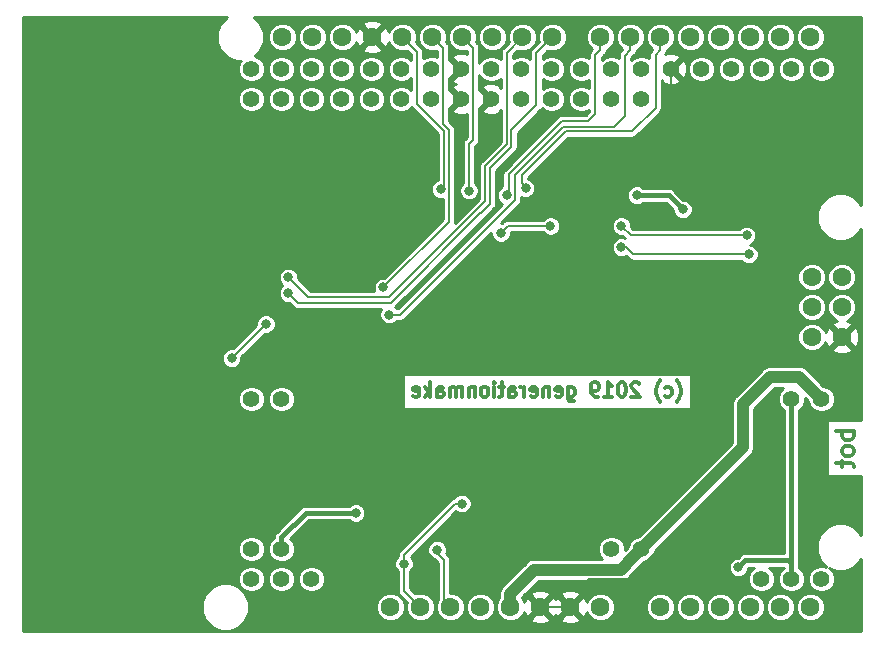
<source format=gbl>
G04 #@! TF.GenerationSoftware,KiCad,Pcbnew,5.0.2-bee76a0~70~ubuntu18.04.1*
G04 #@! TF.CreationDate,2019-08-23T08:39:18+02:00*
G04 #@! TF.ProjectId,ArduHMIShield,41726475-484d-4495-9368-69656c642e6b,1.2*
G04 #@! TF.SameCoordinates,Original*
G04 #@! TF.FileFunction,Copper,L2,Bot*
G04 #@! TF.FilePolarity,Positive*
%FSLAX46Y46*%
G04 Gerber Fmt 4.6, Leading zero omitted, Abs format (unit mm)*
G04 Created by KiCad (PCBNEW 5.0.2-bee76a0~70~ubuntu18.04.1) date Fr 23 Aug 2019 08:39:18 CEST*
%MOMM*%
%LPD*%
G01*
G04 APERTURE LIST*
G04 #@! TA.AperFunction,NonConductor*
%ADD10C,0.300000*%
G04 #@! TD*
G04 #@! TA.AperFunction,ComponentPad*
%ADD11C,1.400000*%
G04 #@! TD*
G04 #@! TA.AperFunction,ComponentPad*
%ADD12C,1.600000*%
G04 #@! TD*
G04 #@! TA.AperFunction,ViaPad*
%ADD13C,0.800000*%
G04 #@! TD*
G04 #@! TA.AperFunction,Conductor*
%ADD14C,0.200000*%
G04 #@! TD*
G04 #@! TA.AperFunction,Conductor*
%ADD15C,1.000000*%
G04 #@! TD*
G04 #@! TA.AperFunction,Conductor*
%ADD16C,0.400000*%
G04 #@! TD*
G04 #@! TA.AperFunction,Conductor*
%ADD17C,0.254000*%
G04 #@! TD*
G04 APERTURE END LIST*
D10*
X121878571Y-112571428D02*
X120378571Y-112571428D01*
X120950000Y-112571428D02*
X120878571Y-112714285D01*
X120878571Y-113000000D01*
X120950000Y-113142857D01*
X121021428Y-113214285D01*
X121164285Y-113285714D01*
X121592857Y-113285714D01*
X121735714Y-113214285D01*
X121807142Y-113142857D01*
X121878571Y-113000000D01*
X121878571Y-112714285D01*
X121807142Y-112571428D01*
X121878571Y-114142857D02*
X121807142Y-114000000D01*
X121735714Y-113928571D01*
X121592857Y-113857142D01*
X121164285Y-113857142D01*
X121021428Y-113928571D01*
X120950000Y-114000000D01*
X120878571Y-114142857D01*
X120878571Y-114357142D01*
X120950000Y-114500000D01*
X121021428Y-114571428D01*
X121164285Y-114642857D01*
X121592857Y-114642857D01*
X121735714Y-114571428D01*
X121807142Y-114500000D01*
X121878571Y-114357142D01*
X121878571Y-114142857D01*
X120878571Y-115071428D02*
X120878571Y-115642857D01*
X120378571Y-115285714D02*
X121664285Y-115285714D01*
X121807142Y-115357142D01*
X121878571Y-115500000D01*
X121878571Y-115642857D01*
X106871428Y-110100000D02*
X106928571Y-110042857D01*
X107042857Y-109871428D01*
X107100000Y-109757142D01*
X107157142Y-109585714D01*
X107214285Y-109300000D01*
X107214285Y-109071428D01*
X107157142Y-108785714D01*
X107100000Y-108614285D01*
X107042857Y-108500000D01*
X106928571Y-108328571D01*
X106871428Y-108271428D01*
X105900000Y-109585714D02*
X106014285Y-109642857D01*
X106242857Y-109642857D01*
X106357142Y-109585714D01*
X106414285Y-109528571D01*
X106471428Y-109414285D01*
X106471428Y-109071428D01*
X106414285Y-108957142D01*
X106357142Y-108900000D01*
X106242857Y-108842857D01*
X106014285Y-108842857D01*
X105900000Y-108900000D01*
X105500000Y-110100000D02*
X105442857Y-110042857D01*
X105328571Y-109871428D01*
X105271428Y-109757142D01*
X105214285Y-109585714D01*
X105157142Y-109300000D01*
X105157142Y-109071428D01*
X105214285Y-108785714D01*
X105271428Y-108614285D01*
X105328571Y-108500000D01*
X105442857Y-108328571D01*
X105500000Y-108271428D01*
X103728571Y-108557142D02*
X103671428Y-108500000D01*
X103557142Y-108442857D01*
X103271428Y-108442857D01*
X103157142Y-108500000D01*
X103100000Y-108557142D01*
X103042857Y-108671428D01*
X103042857Y-108785714D01*
X103100000Y-108957142D01*
X103785714Y-109642857D01*
X103042857Y-109642857D01*
X102300000Y-108442857D02*
X102185714Y-108442857D01*
X102071428Y-108500000D01*
X102014285Y-108557142D01*
X101957142Y-108671428D01*
X101900000Y-108900000D01*
X101900000Y-109185714D01*
X101957142Y-109414285D01*
X102014285Y-109528571D01*
X102071428Y-109585714D01*
X102185714Y-109642857D01*
X102300000Y-109642857D01*
X102414285Y-109585714D01*
X102471428Y-109528571D01*
X102528571Y-109414285D01*
X102585714Y-109185714D01*
X102585714Y-108900000D01*
X102528571Y-108671428D01*
X102471428Y-108557142D01*
X102414285Y-108500000D01*
X102300000Y-108442857D01*
X100757142Y-109642857D02*
X101442857Y-109642857D01*
X101100000Y-109642857D02*
X101100000Y-108442857D01*
X101214285Y-108614285D01*
X101328571Y-108728571D01*
X101442857Y-108785714D01*
X100185714Y-109642857D02*
X99957142Y-109642857D01*
X99842857Y-109585714D01*
X99785714Y-109528571D01*
X99671428Y-109357142D01*
X99614285Y-109128571D01*
X99614285Y-108671428D01*
X99671428Y-108557142D01*
X99728571Y-108500000D01*
X99842857Y-108442857D01*
X100071428Y-108442857D01*
X100185714Y-108500000D01*
X100242857Y-108557142D01*
X100300000Y-108671428D01*
X100300000Y-108957142D01*
X100242857Y-109071428D01*
X100185714Y-109128571D01*
X100071428Y-109185714D01*
X99842857Y-109185714D01*
X99728571Y-109128571D01*
X99671428Y-109071428D01*
X99614285Y-108957142D01*
X97671428Y-108842857D02*
X97671428Y-109814285D01*
X97728571Y-109928571D01*
X97785714Y-109985714D01*
X97900000Y-110042857D01*
X98071428Y-110042857D01*
X98185714Y-109985714D01*
X97671428Y-109585714D02*
X97785714Y-109642857D01*
X98014285Y-109642857D01*
X98128571Y-109585714D01*
X98185714Y-109528571D01*
X98242857Y-109414285D01*
X98242857Y-109071428D01*
X98185714Y-108957142D01*
X98128571Y-108900000D01*
X98014285Y-108842857D01*
X97785714Y-108842857D01*
X97671428Y-108900000D01*
X96642857Y-109585714D02*
X96757142Y-109642857D01*
X96985714Y-109642857D01*
X97100000Y-109585714D01*
X97157142Y-109471428D01*
X97157142Y-109014285D01*
X97100000Y-108900000D01*
X96985714Y-108842857D01*
X96757142Y-108842857D01*
X96642857Y-108900000D01*
X96585714Y-109014285D01*
X96585714Y-109128571D01*
X97157142Y-109242857D01*
X96071428Y-108842857D02*
X96071428Y-109642857D01*
X96071428Y-108957142D02*
X96014285Y-108900000D01*
X95900000Y-108842857D01*
X95728571Y-108842857D01*
X95614285Y-108900000D01*
X95557142Y-109014285D01*
X95557142Y-109642857D01*
X94528571Y-109585714D02*
X94642857Y-109642857D01*
X94871428Y-109642857D01*
X94985714Y-109585714D01*
X95042857Y-109471428D01*
X95042857Y-109014285D01*
X94985714Y-108900000D01*
X94871428Y-108842857D01*
X94642857Y-108842857D01*
X94528571Y-108900000D01*
X94471428Y-109014285D01*
X94471428Y-109128571D01*
X95042857Y-109242857D01*
X93957142Y-109642857D02*
X93957142Y-108842857D01*
X93957142Y-109071428D02*
X93900000Y-108957142D01*
X93842857Y-108900000D01*
X93728571Y-108842857D01*
X93614285Y-108842857D01*
X92700000Y-109642857D02*
X92700000Y-109014285D01*
X92757142Y-108900000D01*
X92871428Y-108842857D01*
X93100000Y-108842857D01*
X93214285Y-108900000D01*
X92700000Y-109585714D02*
X92814285Y-109642857D01*
X93100000Y-109642857D01*
X93214285Y-109585714D01*
X93271428Y-109471428D01*
X93271428Y-109357142D01*
X93214285Y-109242857D01*
X93100000Y-109185714D01*
X92814285Y-109185714D01*
X92700000Y-109128571D01*
X92300000Y-108842857D02*
X91842857Y-108842857D01*
X92128571Y-108442857D02*
X92128571Y-109471428D01*
X92071428Y-109585714D01*
X91957142Y-109642857D01*
X91842857Y-109642857D01*
X91442857Y-109642857D02*
X91442857Y-108842857D01*
X91442857Y-108442857D02*
X91500000Y-108500000D01*
X91442857Y-108557142D01*
X91385714Y-108500000D01*
X91442857Y-108442857D01*
X91442857Y-108557142D01*
X90700000Y-109642857D02*
X90814285Y-109585714D01*
X90871428Y-109528571D01*
X90928571Y-109414285D01*
X90928571Y-109071428D01*
X90871428Y-108957142D01*
X90814285Y-108900000D01*
X90700000Y-108842857D01*
X90528571Y-108842857D01*
X90414285Y-108900000D01*
X90357142Y-108957142D01*
X90300000Y-109071428D01*
X90300000Y-109414285D01*
X90357142Y-109528571D01*
X90414285Y-109585714D01*
X90528571Y-109642857D01*
X90700000Y-109642857D01*
X89785714Y-108842857D02*
X89785714Y-109642857D01*
X89785714Y-108957142D02*
X89728571Y-108900000D01*
X89614285Y-108842857D01*
X89442857Y-108842857D01*
X89328571Y-108900000D01*
X89271428Y-109014285D01*
X89271428Y-109642857D01*
X88700000Y-109642857D02*
X88700000Y-108842857D01*
X88700000Y-108957142D02*
X88642857Y-108900000D01*
X88528571Y-108842857D01*
X88357142Y-108842857D01*
X88242857Y-108900000D01*
X88185714Y-109014285D01*
X88185714Y-109642857D01*
X88185714Y-109014285D02*
X88128571Y-108900000D01*
X88014285Y-108842857D01*
X87842857Y-108842857D01*
X87728571Y-108900000D01*
X87671428Y-109014285D01*
X87671428Y-109642857D01*
X86585714Y-109642857D02*
X86585714Y-109014285D01*
X86642857Y-108900000D01*
X86757142Y-108842857D01*
X86985714Y-108842857D01*
X87100000Y-108900000D01*
X86585714Y-109585714D02*
X86700000Y-109642857D01*
X86985714Y-109642857D01*
X87100000Y-109585714D01*
X87157142Y-109471428D01*
X87157142Y-109357142D01*
X87100000Y-109242857D01*
X86985714Y-109185714D01*
X86700000Y-109185714D01*
X86585714Y-109128571D01*
X86014285Y-109642857D02*
X86014285Y-108442857D01*
X85900000Y-109185714D02*
X85557142Y-109642857D01*
X85557142Y-108842857D02*
X86014285Y-109300000D01*
X84585714Y-109585714D02*
X84700000Y-109642857D01*
X84928571Y-109642857D01*
X85042857Y-109585714D01*
X85100000Y-109471428D01*
X85100000Y-109014285D01*
X85042857Y-108900000D01*
X84928571Y-108842857D01*
X84700000Y-108842857D01*
X84585714Y-108900000D01*
X84528571Y-109014285D01*
X84528571Y-109128571D01*
X85100000Y-109242857D01*
D11*
G04 #@! TO.P,DIS1,18*
G04 #@! TO.N,/DIS_C1*
X114050000Y-125090000D03*
G04 #@! TO.P,DIS1,3*
G04 #@! TO.N,+5V*
X75950000Y-125090000D03*
G04 #@! TO.P,DIS1,40*
G04 #@! TO.N,/DIS_CS*
X70870000Y-81910000D03*
G04 #@! TO.P,DIS1,39*
G04 #@! TO.N,/DIS_RESET*
X73410000Y-81910000D03*
G04 #@! TO.P,DIS1,38*
G04 #@! TO.N,/DIS_A0*
X75950000Y-81910000D03*
G04 #@! TO.P,DIS1,37*
G04 #@! TO.N,/DIS_CLK*
X78490000Y-81910000D03*
G04 #@! TO.P,DIS1,36*
G04 #@! TO.N,/DIS_SI*
X81030000Y-81910000D03*
G04 #@! TO.P,DIS1,35*
G04 #@! TO.N,+3V3*
X83570000Y-81910000D03*
G04 #@! TO.P,DIS1,34*
X86110000Y-81910000D03*
G04 #@! TO.P,DIS1,33*
G04 #@! TO.N,GND*
X88650000Y-81910000D03*
G04 #@! TO.P,DIS1,32*
G04 #@! TO.N,/DIS_VOUT*
X91190000Y-81910000D03*
G04 #@! TO.P,DIS1,31*
G04 #@! TO.N,/DIS_CAP3P*
X93730000Y-81910000D03*
G04 #@! TO.P,DIS1,30*
G04 #@! TO.N,/DIS_CAP1N*
X96270000Y-81910000D03*
G04 #@! TO.P,DIS1,29*
G04 #@! TO.N,/DIS_CAP1P*
X98810000Y-81910000D03*
G04 #@! TO.P,DIS1,28*
G04 #@! TO.N,/DIS_CAP2P*
X101350000Y-81910000D03*
G04 #@! TO.P,DIS1,27*
G04 #@! TO.N,/DIS_CAP2N*
X103890000Y-81910000D03*
G04 #@! TO.P,DIS1,26*
G04 #@! TO.N,GND*
X106430000Y-81910000D03*
G04 #@! TO.P,DIS1,25*
G04 #@! TO.N,/DIS_V4*
X108970000Y-81910000D03*
G04 #@! TO.P,DIS1,24*
G04 #@! TO.N,/DIS_V3*
X111510000Y-81910000D03*
G04 #@! TO.P,DIS1,23*
G04 #@! TO.N,/DIS_V2*
X114050000Y-81910000D03*
G04 #@! TO.P,DIS1,22*
G04 #@! TO.N,/DIS_V1*
X116590000Y-81910000D03*
G04 #@! TO.P,DIS1,21*
G04 #@! TO.N,/DIS_V0*
X119130000Y-81910000D03*
G04 #@! TO.P,DIS1,19*
G04 #@! TO.N,/DIS_C2*
X116590000Y-125090000D03*
G04 #@! TO.P,DIS1,20*
G04 #@! TO.N,/DIS_C3*
X119130000Y-125090000D03*
G04 #@! TO.P,DIS1,2*
G04 #@! TO.N,+5V*
X73410000Y-125090000D03*
G04 #@! TO.P,DIS1,1*
X70870000Y-125090000D03*
G04 #@! TD*
G04 #@! TO.P,DIS2,1*
G04 #@! TO.N,+5V*
X70870000Y-109850000D03*
G04 #@! TO.P,DIS2,2*
G04 #@! TO.N,/DIS_C1*
X73410000Y-109850000D03*
G04 #@! TO.P,DIS2,20*
G04 #@! TO.N,+5V*
X119130000Y-109850000D03*
G04 #@! TO.P,DIS2,19*
G04 #@! TO.N,/DIS_C2*
X116590000Y-109850000D03*
G04 #@! TO.P,DIS2,21*
G04 #@! TO.N,/DIS_V0*
X119130000Y-81910000D03*
G04 #@! TO.P,DIS2,22*
G04 #@! TO.N,/DIS_V1*
X116590000Y-81910000D03*
G04 #@! TO.P,DIS2,23*
G04 #@! TO.N,/DIS_V2*
X114050000Y-81910000D03*
G04 #@! TO.P,DIS2,24*
G04 #@! TO.N,/DIS_V3*
X111510000Y-81910000D03*
G04 #@! TO.P,DIS2,25*
G04 #@! TO.N,/DIS_V4*
X108970000Y-81910000D03*
G04 #@! TO.P,DIS2,26*
G04 #@! TO.N,GND*
X106430000Y-81910000D03*
G04 #@! TO.P,DIS2,27*
G04 #@! TO.N,/DIS_CAP2N*
X103890000Y-81910000D03*
G04 #@! TO.P,DIS2,28*
G04 #@! TO.N,/DIS_CAP2P*
X101350000Y-81910000D03*
G04 #@! TO.P,DIS2,29*
G04 #@! TO.N,/DIS_CAP1P*
X98810000Y-81910000D03*
G04 #@! TO.P,DIS2,30*
G04 #@! TO.N,/DIS_CAP1N*
X96270000Y-81910000D03*
G04 #@! TO.P,DIS2,31*
G04 #@! TO.N,/DIS_CAP3P*
X93730000Y-81910000D03*
G04 #@! TO.P,DIS2,32*
G04 #@! TO.N,/DIS_VOUT*
X91190000Y-81910000D03*
G04 #@! TO.P,DIS2,33*
G04 #@! TO.N,GND*
X88650000Y-81910000D03*
G04 #@! TO.P,DIS2,34*
G04 #@! TO.N,+3V3*
X86110000Y-81910000D03*
G04 #@! TO.P,DIS2,35*
X83570000Y-81910000D03*
G04 #@! TO.P,DIS2,36*
G04 #@! TO.N,/DIS_SI*
X81030000Y-81910000D03*
G04 #@! TO.P,DIS2,37*
G04 #@! TO.N,/DIS_CLK*
X78490000Y-81910000D03*
G04 #@! TO.P,DIS2,38*
G04 #@! TO.N,/DIS_A0*
X75950000Y-81910000D03*
G04 #@! TO.P,DIS2,39*
G04 #@! TO.N,/DIS_RESET*
X73410000Y-81910000D03*
G04 #@! TO.P,DIS2,40*
G04 #@! TO.N,/DIS_CS*
X70870000Y-81910000D03*
G04 #@! TD*
G04 #@! TO.P,DIS3,15*
G04 #@! TO.N,/DIS_VOUT*
X103890000Y-84450000D03*
G04 #@! TO.P,DIS3,16*
G04 #@! TO.N,/DIS_CAP2P*
X101350000Y-84450000D03*
G04 #@! TO.P,DIS3,17*
G04 #@! TO.N,/DIS_CAP1P*
X98810000Y-84450000D03*
G04 #@! TO.P,DIS3,18*
G04 #@! TO.N,/DIS_CAP1N*
X96270000Y-84450000D03*
G04 #@! TO.P,DIS3,19*
G04 #@! TO.N,/DIS_CAP2N*
X93730000Y-84450000D03*
G04 #@! TO.P,DIS3,20*
G04 #@! TO.N,GND*
X91190000Y-84450000D03*
G04 #@! TO.P,DIS3,21*
X88650000Y-84450000D03*
G04 #@! TO.P,DIS3,22*
G04 #@! TO.N,+3V3*
X86110000Y-84450000D03*
G04 #@! TO.P,DIS3,23*
X83570000Y-84450000D03*
G04 #@! TO.P,DIS3,24*
G04 #@! TO.N,/DIS_SI*
X81030000Y-84450000D03*
G04 #@! TO.P,DIS3,25*
G04 #@! TO.N,/DIS_CLK*
X78490000Y-84450000D03*
G04 #@! TO.P,DIS3,26*
G04 #@! TO.N,/DIS_A0*
X75950000Y-84450000D03*
G04 #@! TO.P,DIS3,27*
G04 #@! TO.N,/DIS_RESET*
X73410000Y-84450000D03*
G04 #@! TO.P,DIS3,28*
G04 #@! TO.N,/DIS_CS*
X70870000Y-84450000D03*
G04 #@! TO.P,DIS3,1*
G04 #@! TO.N,+5V*
X70870000Y-122550000D03*
G04 #@! TO.P,DIS3,2*
G04 #@! TO.N,/DIS_C1*
X73410000Y-122550000D03*
G04 #@! TO.P,DIS3,14*
G04 #@! TO.N,+5V*
X103890000Y-122550000D03*
G04 #@! TO.P,DIS3,13*
G04 #@! TO.N,/DIS_C2*
X101350000Y-122550000D03*
G04 #@! TD*
D12*
G04 #@! TO.P,CN1,23*
G04 #@! TO.N,/KEYPAD_A0*
X105500000Y-127460000D03*
G04 #@! TO.P,CN1,22*
G04 #@! TO.N,N/C*
X108040000Y-127460000D03*
G04 #@! TO.P,CN1,21*
X110580000Y-127460000D03*
G04 #@! TO.P,CN1,20*
X113120000Y-127460000D03*
G04 #@! TO.P,CN1,19*
X115660000Y-127460000D03*
G04 #@! TO.P,CN1,18*
X118200000Y-127460000D03*
G04 #@! TO.P,CN1,31*
X82640000Y-127460000D03*
G04 #@! TO.P,CN1,30*
G04 #@! TO.N,VIO*
X85180000Y-127460000D03*
G04 #@! TO.P,CN1,29*
G04 #@! TO.N,/RESET*
X87720000Y-127460000D03*
G04 #@! TO.P,CN1,28*
G04 #@! TO.N,N/C*
X90260000Y-127460000D03*
G04 #@! TO.P,CN1,27*
G04 #@! TO.N,+5V*
X92800000Y-127460000D03*
G04 #@! TO.P,CN1,26*
G04 #@! TO.N,GND*
X95340000Y-127460000D03*
G04 #@! TO.P,CN1,25*
X97880000Y-127460000D03*
G04 #@! TO.P,CN1,24*
G04 #@! TO.N,N/C*
X100420000Y-127460000D03*
G04 #@! TO.P,CN1,7*
G04 #@! TO.N,/ARDU_CLK_2*
X100420000Y-79200000D03*
G04 #@! TO.P,CN1,6*
G04 #@! TO.N,/ARDU_CS_2*
X102960000Y-79200000D03*
G04 #@! TO.P,CN1,5*
G04 #@! TO.N,/ARDU_SI_2*
X105500000Y-79200000D03*
G04 #@! TO.P,CN1,4*
G04 #@! TO.N,N/C*
X108040000Y-79200000D03*
G04 #@! TO.P,CN1,3*
X110580000Y-79200000D03*
G04 #@! TO.P,CN1,2*
X113120000Y-79200000D03*
G04 #@! TO.P,CN1,1*
X115660000Y-79200000D03*
G04 #@! TO.P,CN1,17*
X73496000Y-79200000D03*
G04 #@! TO.P,CN1,16*
X76036000Y-79200000D03*
G04 #@! TO.P,CN1,15*
X78576000Y-79200000D03*
G04 #@! TO.P,CN1,14*
G04 #@! TO.N,GND*
X81116000Y-79200000D03*
G04 #@! TO.P,CN1,13*
G04 #@! TO.N,/ARDU_CLK_1*
X83656000Y-79200000D03*
G04 #@! TO.P,CN1,12*
G04 #@! TO.N,/ARDU_CS_1*
X86196000Y-79200000D03*
G04 #@! TO.P,CN1,11*
G04 #@! TO.N,/ARDU_SI_1*
X88736000Y-79200000D03*
G04 #@! TO.P,CN1,10*
G04 #@! TO.N,/DISPLAY_BL*
X91276000Y-79200000D03*
G04 #@! TO.P,CN1,9*
G04 #@! TO.N,/ARDU_RESET*
X93816000Y-79200000D03*
G04 #@! TO.P,CN1,8*
G04 #@! TO.N,/ARDU_A0*
X96356000Y-79200000D03*
G04 #@! TO.P,CN1,0*
G04 #@! TO.N,N/C*
X118200000Y-79200000D03*
G04 #@! TO.P,CN1,41*
X118327000Y-99520000D03*
G04 #@! TO.P,CN1,43*
G04 #@! TO.N,/ARDU_CLK_3*
X118327000Y-102060000D03*
G04 #@! TO.P,CN1,45*
G04 #@! TO.N,N/C*
X118327000Y-104600000D03*
G04 #@! TO.P,CN1,46*
G04 #@! TO.N,GND*
X120867000Y-104600000D03*
G04 #@! TO.P,CN1,44*
G04 #@! TO.N,/ARDU_SI_3*
X120867000Y-102060000D03*
G04 #@! TO.P,CN1,42*
G04 #@! TO.N,N/C*
X120867000Y-99520000D03*
G04 #@! TD*
D13*
G04 #@! TO.N,/ARDU_SI*
X92000000Y-95800000D03*
G04 #@! TO.N,GND*
X104100000Y-89600000D03*
X111200000Y-122000000D03*
X107000000Y-101000000D03*
X52500000Y-80000000D03*
X52600000Y-127750000D03*
X54900000Y-105650000D03*
X83500000Y-95100000D03*
X70550000Y-86150000D03*
X88600000Y-101800000D03*
G04 #@! TO.N,VIO*
X83800000Y-123800000D03*
X88700000Y-118700000D03*
G04 #@! TO.N,/RESET*
X86600000Y-122600000D03*
G04 #@! TO.N,/DIS_C2*
X112100000Y-124100000D03*
G04 #@! TO.N,+3V3*
X103500000Y-92600000D03*
X72100000Y-103500000D03*
X69200000Y-106400000D03*
X107400000Y-93800000D03*
G04 #@! TO.N,/DIS_C1*
X79700000Y-119500000D03*
G04 #@! TO.N,/ARDU_A0*
X74000000Y-100900000D03*
G04 #@! TO.N,/ARDU_RESET*
X74000000Y-99550000D03*
G04 #@! TO.N,/ARDU_SI_1*
X89300000Y-92200000D03*
G04 #@! TO.N,/ARDU_CS_1*
X82050000Y-100400000D03*
G04 #@! TO.N,/ARDU_CLK_1*
X86900000Y-92100000D03*
G04 #@! TO.N,/ARDU_SI*
X96200000Y-95200000D03*
G04 #@! TO.N,/ARDU_SI_2*
X94100000Y-92000000D03*
G04 #@! TO.N,/ARDU_CS_2*
X82550000Y-102700000D03*
G04 #@! TO.N,/ARDU_CLK_2*
X92500000Y-92600000D03*
G04 #@! TO.N,/ARDU_CLK_3*
X113000000Y-97600000D03*
X102200000Y-97000000D03*
G04 #@! TO.N,/ARDU_SI_3*
X112800000Y-96000000D03*
X102200000Y-95200000D03*
G04 #@! TD*
D14*
G04 #@! TO.N,GND*
X57750320Y-127250440D02*
X62251200Y-122749560D01*
X55748800Y-127250440D02*
X57750320Y-127250440D01*
X55748800Y-116247160D02*
X55748800Y-112250440D01*
X62251200Y-122749560D02*
X55748800Y-116247160D01*
X60249680Y-107749560D02*
X62251200Y-107749560D01*
X55748800Y-112250440D02*
X60249680Y-107749560D01*
X62251200Y-106250440D02*
X65250440Y-103251200D01*
X62251200Y-107749560D02*
X62251200Y-106250440D01*
X60749560Y-98750320D02*
X60749560Y-96748800D01*
X65250440Y-103251200D02*
X60749560Y-98750320D01*
X58249929Y-104250689D02*
X58249929Y-105849929D01*
X57250440Y-103251200D02*
X58249929Y-104250689D01*
X60149560Y-107749560D02*
X62251200Y-107749560D01*
X58249929Y-105849929D02*
X60149560Y-107749560D01*
X57250440Y-101249680D02*
X52749560Y-96748800D01*
X57250440Y-103251200D02*
X57250440Y-101249680D01*
X52749560Y-95249680D02*
X55748800Y-92250440D01*
X52749560Y-96748800D02*
X52749560Y-95249680D01*
X60249680Y-87749560D02*
X62251200Y-87749560D01*
X55748800Y-92250440D02*
X60249680Y-87749560D01*
X60247920Y-87749560D02*
X55748800Y-83250440D01*
X62251200Y-87749560D02*
X60247920Y-87749560D01*
X57750320Y-83250440D02*
X62251200Y-78749560D01*
X55748800Y-83250440D02*
X57750320Y-83250440D01*
X78000000Y-86200000D02*
X78100000Y-86100000D01*
X72000000Y-86200000D02*
X78000000Y-86200000D01*
X70450440Y-87749560D02*
X72000000Y-86200000D01*
X62251200Y-87749560D02*
X70450440Y-87749560D01*
X80316001Y-79999999D02*
X80316001Y-80383999D01*
X81116000Y-79200000D02*
X80316001Y-79999999D01*
X80316001Y-80383999D02*
X79700000Y-81000000D01*
X79700000Y-81000000D02*
X79700000Y-85900000D01*
X79500000Y-86100000D02*
X79400000Y-86100000D01*
X79700000Y-85900000D02*
X79500000Y-86100000D01*
X84800000Y-86100000D02*
X79400000Y-86100000D01*
X79400000Y-86100000D02*
X78100000Y-86100000D01*
X106430000Y-87270000D02*
X106430000Y-81910000D01*
X104100000Y-89600000D02*
X106430000Y-87270000D01*
X96471370Y-127460000D02*
X97880000Y-127460000D01*
X95340000Y-127460000D02*
X96471370Y-127460000D01*
X98679999Y-126660001D02*
X98679999Y-125920001D01*
X97880000Y-127460000D02*
X98679999Y-126660001D01*
X98679999Y-125920001D02*
X99500000Y-125100000D01*
X102820002Y-125100000D02*
X110020002Y-117900000D01*
X99500000Y-125100000D02*
X102820002Y-125100000D01*
X110020002Y-117900000D02*
X110400000Y-117900000D01*
D15*
X108800000Y-105100000D02*
X103900000Y-105100000D01*
X103900000Y-105100000D02*
X99100000Y-100300000D01*
X99100000Y-94600000D02*
X104100000Y-89600000D01*
X99100000Y-100300000D02*
X99100000Y-94600000D01*
G04 #@! TO.N,+5V*
X103190001Y-123249999D02*
X103890000Y-122550000D01*
X102140010Y-124299990D02*
X103190001Y-123249999D01*
X94828640Y-124299990D02*
X102140010Y-124299990D01*
X92800000Y-126328630D02*
X94828640Y-124299990D01*
X92800000Y-127460000D02*
X92800000Y-126328630D01*
X112500000Y-113940000D02*
X103890000Y-122550000D01*
X112500000Y-110300000D02*
X112500000Y-113940000D01*
X114800000Y-108000000D02*
X112500000Y-110300000D01*
X117280000Y-108000000D02*
X114800000Y-108000000D01*
X119130000Y-109850000D02*
X117280000Y-108000000D01*
D14*
G04 #@! TO.N,VIO*
X83800000Y-126080000D02*
X85180000Y-127460000D01*
X83800000Y-123800000D02*
X83800000Y-126080000D01*
X83800000Y-123234315D02*
X83800000Y-123800000D01*
X83800000Y-123034315D02*
X83800000Y-123234315D01*
X88134315Y-118700000D02*
X83800000Y-123034315D01*
X88700000Y-118700000D02*
X88134315Y-118700000D01*
G04 #@! TO.N,/RESET*
X87200000Y-124000000D02*
X87200000Y-126940000D01*
X86600000Y-122900000D02*
X86600000Y-122600000D01*
X87200000Y-123500000D02*
X86600000Y-122900000D01*
X87200000Y-124000000D02*
X87200000Y-123500000D01*
X87200000Y-126940000D02*
X87720000Y-127460000D01*
D16*
G04 #@! TO.N,/DIS_C2*
X116590000Y-124178002D02*
X116590000Y-125090000D01*
X116390000Y-123500000D02*
X116590000Y-123700000D01*
X112700000Y-123500000D02*
X116390000Y-123500000D01*
X112100000Y-124100000D02*
X112700000Y-123500000D01*
X116590000Y-109850000D02*
X116590000Y-123700000D01*
X116590000Y-123700000D02*
X116590000Y-124178002D01*
D14*
G04 #@! TO.N,+3V3*
X69200000Y-106400000D02*
X72100000Y-103500000D01*
D16*
X106200000Y-92600000D02*
X107400000Y-93800000D01*
X103500000Y-92600000D02*
X106200000Y-92600000D01*
G04 #@! TO.N,/DIS_C1*
X79134315Y-119500000D02*
X79700000Y-119500000D01*
X75470051Y-119500000D02*
X79134315Y-119500000D01*
X73410000Y-121560051D02*
X75470051Y-119500000D01*
X73410000Y-122550000D02*
X73410000Y-121560051D01*
D14*
G04 #@! TO.N,/ARDU_A0*
X95000000Y-80556000D02*
X96356000Y-79200000D01*
X95000000Y-85000000D02*
X95000000Y-80556000D01*
X92900000Y-88500000D02*
X92900000Y-87100000D01*
X90300000Y-94100000D02*
X91097094Y-93302906D01*
X74800000Y-101700000D02*
X82665698Y-101700000D01*
X92900000Y-87100000D02*
X95000000Y-85000000D01*
X91097094Y-93302906D02*
X91097094Y-90302906D01*
X91097094Y-90302906D02*
X92900000Y-88500000D01*
X82665698Y-101700000D02*
X90265698Y-94100000D01*
X74000000Y-100900000D02*
X74800000Y-101700000D01*
X90265698Y-94100000D02*
X90300000Y-94100000D01*
G04 #@! TO.N,/ARDU_RESET*
X92500000Y-80516000D02*
X93816000Y-79200000D01*
X74000000Y-99550000D02*
X75700000Y-101250000D01*
X90697086Y-90102914D02*
X92500000Y-88300000D01*
X75700000Y-101250000D02*
X82550000Y-101250000D01*
X82550000Y-101250000D02*
X90697086Y-93102914D01*
X90697086Y-93102914D02*
X90697086Y-90102914D01*
X92500000Y-88300000D02*
X92500000Y-80516000D01*
G04 #@! TO.N,/ARDU_SI_1*
X88736000Y-79200000D02*
X89650001Y-80114001D01*
X89650001Y-80114001D02*
X89650001Y-87400000D01*
X89650001Y-87400000D02*
X89650001Y-87900000D01*
X89300000Y-88250001D02*
X89500000Y-88050001D01*
X89300000Y-92200000D02*
X89300000Y-88250001D01*
X89500000Y-88050001D02*
X89650001Y-87900000D01*
G04 #@! TO.N,/ARDU_CS_1*
X87600000Y-87034302D02*
X87600000Y-94850000D01*
X87110001Y-86544303D02*
X87600000Y-87034302D01*
X87600000Y-94850000D02*
X82050000Y-100400000D01*
X87110001Y-80114001D02*
X87110001Y-86544303D01*
X86196000Y-79200000D02*
X87110001Y-80114001D01*
G04 #@! TO.N,/ARDU_CLK_1*
X84900000Y-84900000D02*
X84900000Y-80444000D01*
X87200000Y-87200000D02*
X84900000Y-84900000D01*
X84900000Y-80444000D02*
X83656000Y-79200000D01*
X86900000Y-92100000D02*
X86900000Y-92000000D01*
X87200000Y-91700000D02*
X87200000Y-91300000D01*
X86900000Y-92000000D02*
X87200000Y-91700000D01*
X87200000Y-91300000D02*
X87200000Y-87200000D01*
G04 #@! TO.N,/ARDU_SI*
X92600000Y-95200000D02*
X92000000Y-95800000D01*
X96200000Y-95200000D02*
X92600000Y-95200000D01*
G04 #@! TO.N,/ARDU_SI_2*
X105500000Y-80331370D02*
X105100000Y-80731370D01*
X105500000Y-79200000D02*
X105500000Y-80331370D01*
X105100000Y-83000000D02*
X105100000Y-85200000D01*
X105100000Y-80731370D02*
X105100000Y-83000000D01*
X105100000Y-85200000D02*
X103099990Y-87200010D01*
X102300000Y-87200010D02*
X101765689Y-87200010D01*
X103099990Y-87200010D02*
X102300000Y-87200010D01*
X102300000Y-87200010D02*
X97499990Y-87200010D01*
X93800000Y-91600000D02*
X94100000Y-91900000D01*
X97499990Y-87200010D02*
X93800000Y-90900000D01*
X93800000Y-90900000D02*
X93800000Y-91600000D01*
G04 #@! TO.N,/ARDU_CS_2*
X102960000Y-80331370D02*
X102960000Y-79200000D01*
X102500000Y-80791370D02*
X102960000Y-80331370D01*
X102500000Y-85900000D02*
X102500000Y-80791370D01*
X82550000Y-102700000D02*
X83500000Y-102700000D01*
X83500000Y-102700000D02*
X93200000Y-93000000D01*
X101600000Y-86800000D02*
X102500000Y-85900000D01*
X97265698Y-86800000D02*
X101600000Y-86800000D01*
X93200000Y-93000000D02*
X93200000Y-90865698D01*
X93200000Y-90865698D02*
X97265698Y-86800000D01*
G04 #@! TO.N,/ARDU_CLK_2*
X100420000Y-80331370D02*
X100420000Y-79200000D01*
X100000000Y-80751370D02*
X100420000Y-80331370D01*
X99400000Y-86300000D02*
X100000000Y-85700000D01*
X92500000Y-92600000D02*
X92500000Y-92500000D01*
X92500000Y-92500000D02*
X92662792Y-92337208D01*
X92662792Y-90837208D02*
X97200000Y-86300000D01*
X92662792Y-92337208D02*
X92662792Y-90837208D01*
X100000000Y-85700000D02*
X100000000Y-80751370D01*
X97200000Y-86300000D02*
X99400000Y-86300000D01*
G04 #@! TO.N,/ARDU_CLK_3*
X113000000Y-97600000D02*
X103200000Y-97600000D01*
X103200000Y-97600000D02*
X102600000Y-97000000D01*
X102600000Y-97000000D02*
X102200000Y-97000000D01*
G04 #@! TO.N,/ARDU_SI_3*
X112800000Y-96000000D02*
X104200000Y-96000000D01*
X104200000Y-96000000D02*
X103000000Y-96000000D01*
X103000000Y-96000000D02*
X102200000Y-95200000D01*
G04 #@! TD*
D17*
G04 #@! TO.N,GND*
G36*
X68232190Y-78058878D02*
X67925500Y-78799291D01*
X67925500Y-79600709D01*
X68232190Y-80341122D01*
X68798878Y-80907810D01*
X69539291Y-81214500D01*
X69971682Y-81214500D01*
X69914576Y-81271606D01*
X69743000Y-81685826D01*
X69743000Y-82134174D01*
X69914576Y-82548394D01*
X70231606Y-82865424D01*
X70645826Y-83037000D01*
X71094174Y-83037000D01*
X71508394Y-82865424D01*
X71825424Y-82548394D01*
X71997000Y-82134174D01*
X71997000Y-81685826D01*
X72283000Y-81685826D01*
X72283000Y-82134174D01*
X72454576Y-82548394D01*
X72771606Y-82865424D01*
X73185826Y-83037000D01*
X73634174Y-83037000D01*
X74048394Y-82865424D01*
X74365424Y-82548394D01*
X74537000Y-82134174D01*
X74537000Y-81685826D01*
X74823000Y-81685826D01*
X74823000Y-82134174D01*
X74994576Y-82548394D01*
X75311606Y-82865424D01*
X75725826Y-83037000D01*
X76174174Y-83037000D01*
X76588394Y-82865424D01*
X76905424Y-82548394D01*
X77077000Y-82134174D01*
X77077000Y-81685826D01*
X77363000Y-81685826D01*
X77363000Y-82134174D01*
X77534576Y-82548394D01*
X77851606Y-82865424D01*
X78265826Y-83037000D01*
X78714174Y-83037000D01*
X79128394Y-82865424D01*
X79445424Y-82548394D01*
X79617000Y-82134174D01*
X79617000Y-81685826D01*
X79903000Y-81685826D01*
X79903000Y-82134174D01*
X80074576Y-82548394D01*
X80391606Y-82865424D01*
X80805826Y-83037000D01*
X81254174Y-83037000D01*
X81668394Y-82865424D01*
X81985424Y-82548394D01*
X82157000Y-82134174D01*
X82157000Y-81685826D01*
X81985424Y-81271606D01*
X81668394Y-80954576D01*
X81254174Y-80783000D01*
X80805826Y-80783000D01*
X80391606Y-80954576D01*
X80074576Y-81271606D01*
X79903000Y-81685826D01*
X79617000Y-81685826D01*
X79445424Y-81271606D01*
X79128394Y-80954576D01*
X78714174Y-80783000D01*
X78265826Y-80783000D01*
X77851606Y-80954576D01*
X77534576Y-81271606D01*
X77363000Y-81685826D01*
X77077000Y-81685826D01*
X76905424Y-81271606D01*
X76588394Y-80954576D01*
X76174174Y-80783000D01*
X75725826Y-80783000D01*
X75311606Y-80954576D01*
X74994576Y-81271606D01*
X74823000Y-81685826D01*
X74537000Y-81685826D01*
X74365424Y-81271606D01*
X74048394Y-80954576D01*
X73634174Y-80783000D01*
X73185826Y-80783000D01*
X72771606Y-80954576D01*
X72454576Y-81271606D01*
X72283000Y-81685826D01*
X71997000Y-81685826D01*
X71825424Y-81271606D01*
X71508394Y-80954576D01*
X71173199Y-80815733D01*
X71647810Y-80341122D01*
X71954500Y-79600709D01*
X71954500Y-78955935D01*
X72269000Y-78955935D01*
X72269000Y-79444065D01*
X72455800Y-79895039D01*
X72800961Y-80240200D01*
X73251935Y-80427000D01*
X73740065Y-80427000D01*
X74191039Y-80240200D01*
X74536200Y-79895039D01*
X74723000Y-79444065D01*
X74723000Y-78955935D01*
X74809000Y-78955935D01*
X74809000Y-79444065D01*
X74995800Y-79895039D01*
X75340961Y-80240200D01*
X75791935Y-80427000D01*
X76280065Y-80427000D01*
X76731039Y-80240200D01*
X77076200Y-79895039D01*
X77263000Y-79444065D01*
X77263000Y-78955935D01*
X77349000Y-78955935D01*
X77349000Y-79444065D01*
X77535800Y-79895039D01*
X77880961Y-80240200D01*
X78331935Y-80427000D01*
X78820065Y-80427000D01*
X79271039Y-80240200D01*
X79303494Y-80207745D01*
X80287861Y-80207745D01*
X80361995Y-80453864D01*
X80899223Y-80646965D01*
X81469454Y-80619778D01*
X81870005Y-80453864D01*
X81944139Y-80207745D01*
X81116000Y-79379605D01*
X80287861Y-80207745D01*
X79303494Y-80207745D01*
X79616200Y-79895039D01*
X79726956Y-79627652D01*
X79862136Y-79954005D01*
X80108255Y-80028139D01*
X80936395Y-79200000D01*
X80108255Y-78371861D01*
X79862136Y-78445995D01*
X79736527Y-78795454D01*
X79616200Y-78504961D01*
X79303494Y-78192255D01*
X80287861Y-78192255D01*
X81116000Y-79020395D01*
X81944139Y-78192255D01*
X81870005Y-77946136D01*
X81332777Y-77753035D01*
X80762546Y-77780222D01*
X80361995Y-77946136D01*
X80287861Y-78192255D01*
X79303494Y-78192255D01*
X79271039Y-78159800D01*
X78820065Y-77973000D01*
X78331935Y-77973000D01*
X77880961Y-78159800D01*
X77535800Y-78504961D01*
X77349000Y-78955935D01*
X77263000Y-78955935D01*
X77076200Y-78504961D01*
X76731039Y-78159800D01*
X76280065Y-77973000D01*
X75791935Y-77973000D01*
X75340961Y-78159800D01*
X74995800Y-78504961D01*
X74809000Y-78955935D01*
X74723000Y-78955935D01*
X74536200Y-78504961D01*
X74191039Y-78159800D01*
X73740065Y-77973000D01*
X73251935Y-77973000D01*
X72800961Y-78159800D01*
X72455800Y-78504961D01*
X72269000Y-78955935D01*
X71954500Y-78955935D01*
X71954500Y-78799291D01*
X71647810Y-78058878D01*
X71090932Y-77502000D01*
X122498001Y-77502000D01*
X122498001Y-93420049D01*
X122447810Y-93298878D01*
X121881122Y-92732190D01*
X121140709Y-92425500D01*
X120339291Y-92425500D01*
X119598878Y-92732190D01*
X119032190Y-93298878D01*
X118725500Y-94039291D01*
X118725500Y-94840709D01*
X119032190Y-95581122D01*
X119598878Y-96147810D01*
X120339291Y-96454500D01*
X121140709Y-96454500D01*
X121881122Y-96147810D01*
X122447810Y-95581122D01*
X122498001Y-95459951D01*
X122498000Y-111637285D01*
X119618000Y-111637285D01*
X119618000Y-116362714D01*
X122498000Y-116362714D01*
X122498000Y-121360047D01*
X122447810Y-121238878D01*
X121881122Y-120672190D01*
X121140709Y-120365500D01*
X120339291Y-120365500D01*
X119598878Y-120672190D01*
X119032190Y-121238878D01*
X118725500Y-121979291D01*
X118725500Y-122780709D01*
X119032190Y-123521122D01*
X119558846Y-124047778D01*
X119354174Y-123963000D01*
X118905826Y-123963000D01*
X118491606Y-124134576D01*
X118174576Y-124451606D01*
X118003000Y-124865826D01*
X118003000Y-125314174D01*
X118174576Y-125728394D01*
X118491606Y-126045424D01*
X118905826Y-126217000D01*
X119354174Y-126217000D01*
X119768394Y-126045424D01*
X120085424Y-125728394D01*
X120257000Y-125314174D01*
X120257000Y-124865826D01*
X120085424Y-124451606D01*
X119808426Y-124174608D01*
X120339291Y-124394500D01*
X121140709Y-124394500D01*
X121881122Y-124087810D01*
X122447810Y-123521122D01*
X122498000Y-123399953D01*
X122498000Y-129498000D01*
X51502000Y-129498000D01*
X51502000Y-127059291D01*
X66655500Y-127059291D01*
X66655500Y-127860709D01*
X66962190Y-128601122D01*
X67528878Y-129167810D01*
X68269291Y-129474500D01*
X69070709Y-129474500D01*
X69811122Y-129167810D01*
X70377810Y-128601122D01*
X70684500Y-127860709D01*
X70684500Y-127215935D01*
X81413000Y-127215935D01*
X81413000Y-127704065D01*
X81599800Y-128155039D01*
X81944961Y-128500200D01*
X82395935Y-128687000D01*
X82884065Y-128687000D01*
X83335039Y-128500200D01*
X83680200Y-128155039D01*
X83867000Y-127704065D01*
X83867000Y-127215935D01*
X83680200Y-126764961D01*
X83335039Y-126419800D01*
X82884065Y-126233000D01*
X82395935Y-126233000D01*
X81944961Y-126419800D01*
X81599800Y-126764961D01*
X81413000Y-127215935D01*
X70684500Y-127215935D01*
X70684500Y-127059291D01*
X70377810Y-126318878D01*
X69811122Y-125752190D01*
X69070709Y-125445500D01*
X68269291Y-125445500D01*
X67528878Y-125752190D01*
X66962190Y-126318878D01*
X66655500Y-127059291D01*
X51502000Y-127059291D01*
X51502000Y-124865826D01*
X69743000Y-124865826D01*
X69743000Y-125314174D01*
X69914576Y-125728394D01*
X70231606Y-126045424D01*
X70645826Y-126217000D01*
X71094174Y-126217000D01*
X71508394Y-126045424D01*
X71825424Y-125728394D01*
X71997000Y-125314174D01*
X71997000Y-124865826D01*
X72283000Y-124865826D01*
X72283000Y-125314174D01*
X72454576Y-125728394D01*
X72771606Y-126045424D01*
X73185826Y-126217000D01*
X73634174Y-126217000D01*
X74048394Y-126045424D01*
X74365424Y-125728394D01*
X74537000Y-125314174D01*
X74537000Y-124865826D01*
X74823000Y-124865826D01*
X74823000Y-125314174D01*
X74994576Y-125728394D01*
X75311606Y-126045424D01*
X75725826Y-126217000D01*
X76174174Y-126217000D01*
X76588394Y-126045424D01*
X76905424Y-125728394D01*
X77077000Y-125314174D01*
X77077000Y-124865826D01*
X76905424Y-124451606D01*
X76588394Y-124134576D01*
X76174174Y-123963000D01*
X75725826Y-123963000D01*
X75311606Y-124134576D01*
X74994576Y-124451606D01*
X74823000Y-124865826D01*
X74537000Y-124865826D01*
X74365424Y-124451606D01*
X74048394Y-124134576D01*
X73634174Y-123963000D01*
X73185826Y-123963000D01*
X72771606Y-124134576D01*
X72454576Y-124451606D01*
X72283000Y-124865826D01*
X71997000Y-124865826D01*
X71825424Y-124451606D01*
X71508394Y-124134576D01*
X71094174Y-123963000D01*
X70645826Y-123963000D01*
X70231606Y-124134576D01*
X69914576Y-124451606D01*
X69743000Y-124865826D01*
X51502000Y-124865826D01*
X51502000Y-122325826D01*
X69743000Y-122325826D01*
X69743000Y-122774174D01*
X69914576Y-123188394D01*
X70231606Y-123505424D01*
X70645826Y-123677000D01*
X71094174Y-123677000D01*
X71508394Y-123505424D01*
X71825424Y-123188394D01*
X71997000Y-122774174D01*
X71997000Y-122325826D01*
X72283000Y-122325826D01*
X72283000Y-122774174D01*
X72454576Y-123188394D01*
X72771606Y-123505424D01*
X73185826Y-123677000D01*
X73634174Y-123677000D01*
X73734366Y-123635499D01*
X82973000Y-123635499D01*
X82973000Y-123964501D01*
X83098903Y-124268458D01*
X83273000Y-124442555D01*
X83273001Y-126028098D01*
X83262677Y-126080000D01*
X83303578Y-126285625D01*
X83390654Y-126415944D01*
X83390658Y-126415948D01*
X83420056Y-126459945D01*
X83464053Y-126489343D01*
X84022605Y-127047895D01*
X83953000Y-127215935D01*
X83953000Y-127704065D01*
X84139800Y-128155039D01*
X84484961Y-128500200D01*
X84935935Y-128687000D01*
X85424065Y-128687000D01*
X85875039Y-128500200D01*
X86220200Y-128155039D01*
X86407000Y-127704065D01*
X86407000Y-127215935D01*
X86220200Y-126764961D01*
X85875039Y-126419800D01*
X85424065Y-126233000D01*
X84935935Y-126233000D01*
X84767895Y-126302605D01*
X84327000Y-125861710D01*
X84327000Y-124442555D01*
X84501097Y-124268458D01*
X84627000Y-123964501D01*
X84627000Y-123635499D01*
X84501097Y-123331542D01*
X84374580Y-123205025D01*
X85144106Y-122435499D01*
X85773000Y-122435499D01*
X85773000Y-122764501D01*
X85898903Y-123068458D01*
X86131542Y-123301097D01*
X86343675Y-123388965D01*
X86673000Y-123718291D01*
X86673000Y-123948098D01*
X86673001Y-126781375D01*
X86493000Y-127215935D01*
X86493000Y-127704065D01*
X86679800Y-128155039D01*
X87024961Y-128500200D01*
X87475935Y-128687000D01*
X87964065Y-128687000D01*
X88415039Y-128500200D01*
X88760200Y-128155039D01*
X88947000Y-127704065D01*
X88947000Y-127215935D01*
X89033000Y-127215935D01*
X89033000Y-127704065D01*
X89219800Y-128155039D01*
X89564961Y-128500200D01*
X90015935Y-128687000D01*
X90504065Y-128687000D01*
X90955039Y-128500200D01*
X91300200Y-128155039D01*
X91487000Y-127704065D01*
X91487000Y-127215935D01*
X91573000Y-127215935D01*
X91573000Y-127704065D01*
X91759800Y-128155039D01*
X92104961Y-128500200D01*
X92555935Y-128687000D01*
X93044065Y-128687000D01*
X93495039Y-128500200D01*
X93527494Y-128467745D01*
X94511861Y-128467745D01*
X94585995Y-128713864D01*
X95123223Y-128906965D01*
X95693454Y-128879778D01*
X96094005Y-128713864D01*
X96168139Y-128467745D01*
X97051861Y-128467745D01*
X97125995Y-128713864D01*
X97663223Y-128906965D01*
X98233454Y-128879778D01*
X98634005Y-128713864D01*
X98708139Y-128467745D01*
X97880000Y-127639605D01*
X97051861Y-128467745D01*
X96168139Y-128467745D01*
X95340000Y-127639605D01*
X94511861Y-128467745D01*
X93527494Y-128467745D01*
X93840200Y-128155039D01*
X93950956Y-127887652D01*
X94086136Y-128214005D01*
X94332255Y-128288139D01*
X95160395Y-127460000D01*
X95519605Y-127460000D01*
X96347745Y-128288139D01*
X96593864Y-128214005D01*
X96608858Y-128172291D01*
X96626136Y-128214005D01*
X96872255Y-128288139D01*
X97700395Y-127460000D01*
X98059605Y-127460000D01*
X98887745Y-128288139D01*
X99133864Y-128214005D01*
X99259473Y-127864546D01*
X99379800Y-128155039D01*
X99724961Y-128500200D01*
X100175935Y-128687000D01*
X100664065Y-128687000D01*
X101115039Y-128500200D01*
X101460200Y-128155039D01*
X101647000Y-127704065D01*
X101647000Y-127215935D01*
X104273000Y-127215935D01*
X104273000Y-127704065D01*
X104459800Y-128155039D01*
X104804961Y-128500200D01*
X105255935Y-128687000D01*
X105744065Y-128687000D01*
X106195039Y-128500200D01*
X106540200Y-128155039D01*
X106727000Y-127704065D01*
X106727000Y-127215935D01*
X106813000Y-127215935D01*
X106813000Y-127704065D01*
X106999800Y-128155039D01*
X107344961Y-128500200D01*
X107795935Y-128687000D01*
X108284065Y-128687000D01*
X108735039Y-128500200D01*
X109080200Y-128155039D01*
X109267000Y-127704065D01*
X109267000Y-127215935D01*
X109353000Y-127215935D01*
X109353000Y-127704065D01*
X109539800Y-128155039D01*
X109884961Y-128500200D01*
X110335935Y-128687000D01*
X110824065Y-128687000D01*
X111275039Y-128500200D01*
X111620200Y-128155039D01*
X111807000Y-127704065D01*
X111807000Y-127215935D01*
X111893000Y-127215935D01*
X111893000Y-127704065D01*
X112079800Y-128155039D01*
X112424961Y-128500200D01*
X112875935Y-128687000D01*
X113364065Y-128687000D01*
X113815039Y-128500200D01*
X114160200Y-128155039D01*
X114347000Y-127704065D01*
X114347000Y-127215935D01*
X114433000Y-127215935D01*
X114433000Y-127704065D01*
X114619800Y-128155039D01*
X114964961Y-128500200D01*
X115415935Y-128687000D01*
X115904065Y-128687000D01*
X116355039Y-128500200D01*
X116700200Y-128155039D01*
X116887000Y-127704065D01*
X116887000Y-127215935D01*
X116973000Y-127215935D01*
X116973000Y-127704065D01*
X117159800Y-128155039D01*
X117504961Y-128500200D01*
X117955935Y-128687000D01*
X118444065Y-128687000D01*
X118895039Y-128500200D01*
X119240200Y-128155039D01*
X119427000Y-127704065D01*
X119427000Y-127215935D01*
X119240200Y-126764961D01*
X118895039Y-126419800D01*
X118444065Y-126233000D01*
X117955935Y-126233000D01*
X117504961Y-126419800D01*
X117159800Y-126764961D01*
X116973000Y-127215935D01*
X116887000Y-127215935D01*
X116700200Y-126764961D01*
X116355039Y-126419800D01*
X115904065Y-126233000D01*
X115415935Y-126233000D01*
X114964961Y-126419800D01*
X114619800Y-126764961D01*
X114433000Y-127215935D01*
X114347000Y-127215935D01*
X114160200Y-126764961D01*
X113815039Y-126419800D01*
X113364065Y-126233000D01*
X112875935Y-126233000D01*
X112424961Y-126419800D01*
X112079800Y-126764961D01*
X111893000Y-127215935D01*
X111807000Y-127215935D01*
X111620200Y-126764961D01*
X111275039Y-126419800D01*
X110824065Y-126233000D01*
X110335935Y-126233000D01*
X109884961Y-126419800D01*
X109539800Y-126764961D01*
X109353000Y-127215935D01*
X109267000Y-127215935D01*
X109080200Y-126764961D01*
X108735039Y-126419800D01*
X108284065Y-126233000D01*
X107795935Y-126233000D01*
X107344961Y-126419800D01*
X106999800Y-126764961D01*
X106813000Y-127215935D01*
X106727000Y-127215935D01*
X106540200Y-126764961D01*
X106195039Y-126419800D01*
X105744065Y-126233000D01*
X105255935Y-126233000D01*
X104804961Y-126419800D01*
X104459800Y-126764961D01*
X104273000Y-127215935D01*
X101647000Y-127215935D01*
X101460200Y-126764961D01*
X101115039Y-126419800D01*
X100664065Y-126233000D01*
X100175935Y-126233000D01*
X99724961Y-126419800D01*
X99379800Y-126764961D01*
X99269044Y-127032348D01*
X99133864Y-126705995D01*
X98887745Y-126631861D01*
X98059605Y-127460000D01*
X97700395Y-127460000D01*
X96872255Y-126631861D01*
X96626136Y-126705995D01*
X96611142Y-126747709D01*
X96593864Y-126705995D01*
X96347745Y-126631861D01*
X95519605Y-127460000D01*
X95160395Y-127460000D01*
X94332255Y-126631861D01*
X94086136Y-126705995D01*
X93960527Y-127055454D01*
X93840200Y-126764961D01*
X93757422Y-126682183D01*
X93987350Y-126452255D01*
X94511861Y-126452255D01*
X95340000Y-127280395D01*
X96168139Y-126452255D01*
X97051861Y-126452255D01*
X97880000Y-127280395D01*
X98708139Y-126452255D01*
X98634005Y-126206136D01*
X98096777Y-126013035D01*
X97526546Y-126040222D01*
X97125995Y-126206136D01*
X97051861Y-126452255D01*
X96168139Y-126452255D01*
X96094005Y-126206136D01*
X95556777Y-126013035D01*
X94986546Y-126040222D01*
X94585995Y-126206136D01*
X94511861Y-126452255D01*
X93987350Y-126452255D01*
X95212616Y-125226990D01*
X102048710Y-125226990D01*
X102140010Y-125245151D01*
X102231310Y-125226990D01*
X102231312Y-125226990D01*
X102501707Y-125173205D01*
X102808340Y-124968320D01*
X102860060Y-124890915D01*
X103910049Y-123840927D01*
X103910051Y-123840924D01*
X104073975Y-123677000D01*
X104114174Y-123677000D01*
X104528394Y-123505424D01*
X104845424Y-123188394D01*
X105017000Y-122774174D01*
X105017000Y-122733975D01*
X113090927Y-114660049D01*
X113168330Y-114608330D01*
X113373215Y-114301697D01*
X113427000Y-114031302D01*
X113427000Y-114031301D01*
X113445161Y-113940000D01*
X113427000Y-113848699D01*
X113427000Y-110683975D01*
X115183976Y-108927000D01*
X115919182Y-108927000D01*
X115634576Y-109211606D01*
X115463000Y-109625826D01*
X115463000Y-110074174D01*
X115634576Y-110488394D01*
X115951606Y-110805424D01*
X115963000Y-110810144D01*
X115963001Y-122873000D01*
X112761745Y-122873000D01*
X112699999Y-122860718D01*
X112638253Y-122873000D01*
X112638250Y-122873000D01*
X112455357Y-122909380D01*
X112247959Y-123047959D01*
X112212981Y-123100307D01*
X112040288Y-123273000D01*
X111935499Y-123273000D01*
X111631542Y-123398903D01*
X111398903Y-123631542D01*
X111273000Y-123935499D01*
X111273000Y-124264501D01*
X111398903Y-124568458D01*
X111631542Y-124801097D01*
X111935499Y-124927000D01*
X112264501Y-124927000D01*
X112568458Y-124801097D01*
X112801097Y-124568458D01*
X112927000Y-124264501D01*
X112927000Y-124159712D01*
X112959712Y-124127000D01*
X113429896Y-124127000D01*
X113411606Y-124134576D01*
X113094576Y-124451606D01*
X112923000Y-124865826D01*
X112923000Y-125314174D01*
X113094576Y-125728394D01*
X113411606Y-126045424D01*
X113825826Y-126217000D01*
X114274174Y-126217000D01*
X114688394Y-126045424D01*
X115005424Y-125728394D01*
X115177000Y-125314174D01*
X115177000Y-124865826D01*
X115005424Y-124451606D01*
X114688394Y-124134576D01*
X114670104Y-124127000D01*
X115963000Y-124127000D01*
X115963000Y-124129856D01*
X115951606Y-124134576D01*
X115634576Y-124451606D01*
X115463000Y-124865826D01*
X115463000Y-125314174D01*
X115634576Y-125728394D01*
X115951606Y-126045424D01*
X116365826Y-126217000D01*
X116814174Y-126217000D01*
X117228394Y-126045424D01*
X117545424Y-125728394D01*
X117717000Y-125314174D01*
X117717000Y-124865826D01*
X117545424Y-124451606D01*
X117228394Y-124134576D01*
X117217000Y-124129856D01*
X117217000Y-123761746D01*
X117229282Y-123700000D01*
X117217000Y-123638254D01*
X117217000Y-110810144D01*
X117228394Y-110805424D01*
X117545424Y-110488394D01*
X117717000Y-110074174D01*
X117717000Y-109747976D01*
X118003000Y-110033976D01*
X118003000Y-110074174D01*
X118174576Y-110488394D01*
X118491606Y-110805424D01*
X118905826Y-110977000D01*
X119354174Y-110977000D01*
X119768394Y-110805424D01*
X120085424Y-110488394D01*
X120257000Y-110074174D01*
X120257000Y-109625826D01*
X120085424Y-109211606D01*
X119768394Y-108894576D01*
X119354174Y-108723000D01*
X119313976Y-108723000D01*
X118000051Y-107409075D01*
X117948330Y-107331670D01*
X117641697Y-107126785D01*
X117371302Y-107073000D01*
X117371300Y-107073000D01*
X117280000Y-107054839D01*
X117188700Y-107073000D01*
X114891300Y-107073000D01*
X114799999Y-107054839D01*
X114708699Y-107073000D01*
X114708698Y-107073000D01*
X114438303Y-107126785D01*
X114131670Y-107331670D01*
X114079951Y-107409073D01*
X111909075Y-109579949D01*
X111831670Y-109631670D01*
X111626785Y-109938304D01*
X111599759Y-110074174D01*
X111554839Y-110300000D01*
X111573000Y-110391300D01*
X111573001Y-113556023D01*
X103706025Y-121423000D01*
X103665826Y-121423000D01*
X103251606Y-121594576D01*
X102934576Y-121911606D01*
X102763000Y-122325826D01*
X102763000Y-122366025D01*
X102599076Y-122529949D01*
X102599073Y-122529951D01*
X102477000Y-122652024D01*
X102477000Y-122325826D01*
X102305424Y-121911606D01*
X101988394Y-121594576D01*
X101574174Y-121423000D01*
X101125826Y-121423000D01*
X100711606Y-121594576D01*
X100394576Y-121911606D01*
X100223000Y-122325826D01*
X100223000Y-122774174D01*
X100394576Y-123188394D01*
X100579172Y-123372990D01*
X94919940Y-123372990D01*
X94828639Y-123354829D01*
X94737339Y-123372990D01*
X94737338Y-123372990D01*
X94466943Y-123426775D01*
X94160310Y-123631660D01*
X94108591Y-123709063D01*
X92209073Y-125608581D01*
X92131671Y-125660300D01*
X92079952Y-125737703D01*
X91926786Y-125966933D01*
X91854839Y-126328630D01*
X91873001Y-126419935D01*
X91873001Y-126651760D01*
X91759800Y-126764961D01*
X91573000Y-127215935D01*
X91487000Y-127215935D01*
X91300200Y-126764961D01*
X90955039Y-126419800D01*
X90504065Y-126233000D01*
X90015935Y-126233000D01*
X89564961Y-126419800D01*
X89219800Y-126764961D01*
X89033000Y-127215935D01*
X88947000Y-127215935D01*
X88760200Y-126764961D01*
X88415039Y-126419800D01*
X87964065Y-126233000D01*
X87727000Y-126233000D01*
X87727000Y-123551897D01*
X87737323Y-123499999D01*
X87727000Y-123448101D01*
X87727000Y-123448097D01*
X87696423Y-123294375D01*
X87665409Y-123247959D01*
X87609346Y-123164055D01*
X87609343Y-123164052D01*
X87579945Y-123120055D01*
X87535947Y-123090656D01*
X87363381Y-122918091D01*
X87427000Y-122764501D01*
X87427000Y-122435499D01*
X87301097Y-122131542D01*
X87068458Y-121898903D01*
X86764501Y-121773000D01*
X86435499Y-121773000D01*
X86131542Y-121898903D01*
X85898903Y-122131542D01*
X85773000Y-122435499D01*
X85144106Y-122435499D01*
X88205025Y-119374580D01*
X88231542Y-119401097D01*
X88535499Y-119527000D01*
X88864501Y-119527000D01*
X89168458Y-119401097D01*
X89401097Y-119168458D01*
X89527000Y-118864501D01*
X89527000Y-118535499D01*
X89401097Y-118231542D01*
X89168458Y-117998903D01*
X88864501Y-117873000D01*
X88535499Y-117873000D01*
X88231542Y-117998903D01*
X88051246Y-118179199D01*
X87928690Y-118203577D01*
X87928688Y-118203578D01*
X87928689Y-118203578D01*
X87798370Y-118290654D01*
X87798367Y-118290657D01*
X87754370Y-118320055D01*
X87724972Y-118364052D01*
X83464055Y-122624970D01*
X83420055Y-122654370D01*
X83303577Y-122828691D01*
X83273000Y-122982413D01*
X83273000Y-122982417D01*
X83262677Y-123034315D01*
X83273000Y-123086213D01*
X83273000Y-123157445D01*
X83098903Y-123331542D01*
X82973000Y-123635499D01*
X73734366Y-123635499D01*
X74048394Y-123505424D01*
X74365424Y-123188394D01*
X74537000Y-122774174D01*
X74537000Y-122325826D01*
X74365424Y-121911606D01*
X74155290Y-121701472D01*
X75729763Y-120127000D01*
X79157445Y-120127000D01*
X79231542Y-120201097D01*
X79535499Y-120327000D01*
X79864501Y-120327000D01*
X80168458Y-120201097D01*
X80401097Y-119968458D01*
X80527000Y-119664501D01*
X80527000Y-119335499D01*
X80401097Y-119031542D01*
X80168458Y-118798903D01*
X79864501Y-118673000D01*
X79535499Y-118673000D01*
X79231542Y-118798903D01*
X79157445Y-118873000D01*
X75531796Y-118873000D01*
X75470050Y-118860718D01*
X75408304Y-118873000D01*
X75408301Y-118873000D01*
X75225408Y-118909380D01*
X75018010Y-119047959D01*
X74983032Y-119100307D01*
X73010307Y-121073033D01*
X72957960Y-121108010D01*
X72922982Y-121160358D01*
X72922981Y-121160359D01*
X72819380Y-121315409D01*
X72770718Y-121560051D01*
X72777130Y-121592288D01*
X72771606Y-121594576D01*
X72454576Y-121911606D01*
X72283000Y-122325826D01*
X71997000Y-122325826D01*
X71825424Y-121911606D01*
X71508394Y-121594576D01*
X71094174Y-121423000D01*
X70645826Y-121423000D01*
X70231606Y-121594576D01*
X69914576Y-121911606D01*
X69743000Y-122325826D01*
X51502000Y-122325826D01*
X51502000Y-109625826D01*
X69743000Y-109625826D01*
X69743000Y-110074174D01*
X69914576Y-110488394D01*
X70231606Y-110805424D01*
X70645826Y-110977000D01*
X71094174Y-110977000D01*
X71508394Y-110805424D01*
X71825424Y-110488394D01*
X71997000Y-110074174D01*
X71997000Y-109625826D01*
X72283000Y-109625826D01*
X72283000Y-110074174D01*
X72454576Y-110488394D01*
X72771606Y-110805424D01*
X73185826Y-110977000D01*
X73634174Y-110977000D01*
X74048394Y-110805424D01*
X74365424Y-110488394D01*
X74537000Y-110074174D01*
X74537000Y-109625826D01*
X74365424Y-109211606D01*
X74048394Y-108894576D01*
X73634174Y-108723000D01*
X73185826Y-108723000D01*
X72771606Y-108894576D01*
X72454576Y-109211606D01*
X72283000Y-109625826D01*
X71997000Y-109625826D01*
X71825424Y-109211606D01*
X71508394Y-108894576D01*
X71094174Y-108723000D01*
X70645826Y-108723000D01*
X70231606Y-108894576D01*
X69914576Y-109211606D01*
X69743000Y-109625826D01*
X51502000Y-109625826D01*
X51502000Y-107734000D01*
X83723000Y-107734000D01*
X83723000Y-110688000D01*
X108077000Y-110688000D01*
X108077000Y-107734000D01*
X83723000Y-107734000D01*
X51502000Y-107734000D01*
X51502000Y-106235499D01*
X68373000Y-106235499D01*
X68373000Y-106564501D01*
X68498903Y-106868458D01*
X68731542Y-107101097D01*
X69035499Y-107227000D01*
X69364501Y-107227000D01*
X69668458Y-107101097D01*
X69901097Y-106868458D01*
X70027000Y-106564501D01*
X70027000Y-106318290D01*
X71989355Y-104355935D01*
X117100000Y-104355935D01*
X117100000Y-104844065D01*
X117286800Y-105295039D01*
X117631961Y-105640200D01*
X118082935Y-105827000D01*
X118571065Y-105827000D01*
X119022039Y-105640200D01*
X119054494Y-105607745D01*
X120038861Y-105607745D01*
X120112995Y-105853864D01*
X120650223Y-106046965D01*
X121220454Y-106019778D01*
X121621005Y-105853864D01*
X121695139Y-105607745D01*
X120867000Y-104779605D01*
X120038861Y-105607745D01*
X119054494Y-105607745D01*
X119367200Y-105295039D01*
X119477956Y-105027652D01*
X119613136Y-105354005D01*
X119859255Y-105428139D01*
X120687395Y-104600000D01*
X121046605Y-104600000D01*
X121874745Y-105428139D01*
X122120864Y-105354005D01*
X122313965Y-104816777D01*
X122286778Y-104246546D01*
X122120864Y-103845995D01*
X121874745Y-103771861D01*
X121046605Y-104600000D01*
X120687395Y-104600000D01*
X119859255Y-103771861D01*
X119613136Y-103845995D01*
X119487527Y-104195454D01*
X119367200Y-103904961D01*
X119022039Y-103559800D01*
X118571065Y-103373000D01*
X118082935Y-103373000D01*
X117631961Y-103559800D01*
X117286800Y-103904961D01*
X117100000Y-104355935D01*
X71989355Y-104355935D01*
X72018291Y-104327000D01*
X72264501Y-104327000D01*
X72568458Y-104201097D01*
X72801097Y-103968458D01*
X72927000Y-103664501D01*
X72927000Y-103335499D01*
X72801097Y-103031542D01*
X72568458Y-102798903D01*
X72264501Y-102673000D01*
X71935499Y-102673000D01*
X71631542Y-102798903D01*
X71398903Y-103031542D01*
X71273000Y-103335499D01*
X71273000Y-103581709D01*
X69281710Y-105573000D01*
X69035499Y-105573000D01*
X68731542Y-105698903D01*
X68498903Y-105931542D01*
X68373000Y-106235499D01*
X51502000Y-106235499D01*
X51502000Y-99385499D01*
X73173000Y-99385499D01*
X73173000Y-99714501D01*
X73298903Y-100018458D01*
X73505445Y-100225000D01*
X73298903Y-100431542D01*
X73173000Y-100735499D01*
X73173000Y-101064501D01*
X73298903Y-101368458D01*
X73531542Y-101601097D01*
X73835499Y-101727000D01*
X74081709Y-101727000D01*
X74390656Y-102035947D01*
X74420055Y-102079945D01*
X74464052Y-102109343D01*
X74464055Y-102109346D01*
X74594374Y-102196423D01*
X74626387Y-102202791D01*
X74748097Y-102227000D01*
X74748101Y-102227000D01*
X74800000Y-102237323D01*
X74851899Y-102227000D01*
X81853445Y-102227000D01*
X81848903Y-102231542D01*
X81723000Y-102535499D01*
X81723000Y-102864501D01*
X81848903Y-103168458D01*
X82081542Y-103401097D01*
X82385499Y-103527000D01*
X82714501Y-103527000D01*
X83018458Y-103401097D01*
X83192555Y-103227000D01*
X83448102Y-103227000D01*
X83500000Y-103237323D01*
X83551898Y-103227000D01*
X83551903Y-103227000D01*
X83705625Y-103196423D01*
X83879945Y-103079945D01*
X83909345Y-103035945D01*
X85129355Y-101815935D01*
X117100000Y-101815935D01*
X117100000Y-102304065D01*
X117286800Y-102755039D01*
X117631961Y-103100200D01*
X118082935Y-103287000D01*
X118571065Y-103287000D01*
X119022039Y-103100200D01*
X119367200Y-102755039D01*
X119554000Y-102304065D01*
X119554000Y-101815935D01*
X119640000Y-101815935D01*
X119640000Y-102304065D01*
X119826800Y-102755039D01*
X120171961Y-103100200D01*
X120439348Y-103210956D01*
X120112995Y-103346136D01*
X120038861Y-103592255D01*
X120867000Y-104420395D01*
X121695139Y-103592255D01*
X121621005Y-103346136D01*
X121271546Y-103220527D01*
X121562039Y-103100200D01*
X121907200Y-102755039D01*
X122094000Y-102304065D01*
X122094000Y-101815935D01*
X121907200Y-101364961D01*
X121562039Y-101019800D01*
X121111065Y-100833000D01*
X120622935Y-100833000D01*
X120171961Y-101019800D01*
X119826800Y-101364961D01*
X119640000Y-101815935D01*
X119554000Y-101815935D01*
X119367200Y-101364961D01*
X119022039Y-101019800D01*
X118571065Y-100833000D01*
X118082935Y-100833000D01*
X117631961Y-101019800D01*
X117286800Y-101364961D01*
X117100000Y-101815935D01*
X85129355Y-101815935D01*
X87669355Y-99275935D01*
X117100000Y-99275935D01*
X117100000Y-99764065D01*
X117286800Y-100215039D01*
X117631961Y-100560200D01*
X118082935Y-100747000D01*
X118571065Y-100747000D01*
X119022039Y-100560200D01*
X119367200Y-100215039D01*
X119554000Y-99764065D01*
X119554000Y-99275935D01*
X119640000Y-99275935D01*
X119640000Y-99764065D01*
X119826800Y-100215039D01*
X120171961Y-100560200D01*
X120622935Y-100747000D01*
X121111065Y-100747000D01*
X121562039Y-100560200D01*
X121907200Y-100215039D01*
X122094000Y-99764065D01*
X122094000Y-99275935D01*
X121907200Y-98824961D01*
X121562039Y-98479800D01*
X121111065Y-98293000D01*
X120622935Y-98293000D01*
X120171961Y-98479800D01*
X119826800Y-98824961D01*
X119640000Y-99275935D01*
X119554000Y-99275935D01*
X119367200Y-98824961D01*
X119022039Y-98479800D01*
X118571065Y-98293000D01*
X118082935Y-98293000D01*
X117631961Y-98479800D01*
X117286800Y-98824961D01*
X117100000Y-99275935D01*
X87669355Y-99275935D01*
X91173000Y-95772290D01*
X91173000Y-95964501D01*
X91298903Y-96268458D01*
X91531542Y-96501097D01*
X91835499Y-96627000D01*
X92164501Y-96627000D01*
X92468458Y-96501097D01*
X92701097Y-96268458D01*
X92827000Y-95964501D01*
X92827000Y-95727000D01*
X95557445Y-95727000D01*
X95731542Y-95901097D01*
X96035499Y-96027000D01*
X96364501Y-96027000D01*
X96668458Y-95901097D01*
X96901097Y-95668458D01*
X97027000Y-95364501D01*
X97027000Y-95035499D01*
X101373000Y-95035499D01*
X101373000Y-95364501D01*
X101498903Y-95668458D01*
X101731542Y-95901097D01*
X102035499Y-96027000D01*
X102281709Y-96027000D01*
X102472404Y-96217695D01*
X102364501Y-96173000D01*
X102035499Y-96173000D01*
X101731542Y-96298903D01*
X101498903Y-96531542D01*
X101373000Y-96835499D01*
X101373000Y-97164501D01*
X101498903Y-97468458D01*
X101731542Y-97701097D01*
X102035499Y-97827000D01*
X102364501Y-97827000D01*
X102588801Y-97734092D01*
X102790656Y-97935947D01*
X102820055Y-97979945D01*
X102864052Y-98009343D01*
X102864055Y-98009346D01*
X102952523Y-98068458D01*
X102994375Y-98096423D01*
X103148097Y-98127000D01*
X103148101Y-98127000D01*
X103199999Y-98137323D01*
X103251897Y-98127000D01*
X112357445Y-98127000D01*
X112531542Y-98301097D01*
X112835499Y-98427000D01*
X113164501Y-98427000D01*
X113468458Y-98301097D01*
X113701097Y-98068458D01*
X113827000Y-97764501D01*
X113827000Y-97435499D01*
X113701097Y-97131542D01*
X113468458Y-96898903D01*
X113164501Y-96773000D01*
X113094869Y-96773000D01*
X113268458Y-96701097D01*
X113501097Y-96468458D01*
X113627000Y-96164501D01*
X113627000Y-95835499D01*
X113501097Y-95531542D01*
X113268458Y-95298903D01*
X112964501Y-95173000D01*
X112635499Y-95173000D01*
X112331542Y-95298903D01*
X112157445Y-95473000D01*
X103218291Y-95473000D01*
X103027000Y-95281709D01*
X103027000Y-95035499D01*
X102901097Y-94731542D01*
X102668458Y-94498903D01*
X102364501Y-94373000D01*
X102035499Y-94373000D01*
X101731542Y-94498903D01*
X101498903Y-94731542D01*
X101373000Y-95035499D01*
X97027000Y-95035499D01*
X96901097Y-94731542D01*
X96668458Y-94498903D01*
X96364501Y-94373000D01*
X96035499Y-94373000D01*
X95731542Y-94498903D01*
X95557445Y-94673000D01*
X92651897Y-94673000D01*
X92599999Y-94662677D01*
X92548101Y-94673000D01*
X92548097Y-94673000D01*
X92394375Y-94703577D01*
X92394373Y-94703578D01*
X92394374Y-94703578D01*
X92264055Y-94790654D01*
X92264052Y-94790657D01*
X92220055Y-94820055D01*
X92190656Y-94864053D01*
X92081709Y-94973000D01*
X91972290Y-94973000D01*
X93535945Y-93409345D01*
X93579945Y-93379945D01*
X93627658Y-93308539D01*
X93696423Y-93205625D01*
X93706529Y-93154816D01*
X93727000Y-93051903D01*
X93727000Y-93051899D01*
X93737323Y-93000000D01*
X93727000Y-92948101D01*
X93727000Y-92740637D01*
X93935499Y-92827000D01*
X94264501Y-92827000D01*
X94568458Y-92701097D01*
X94801097Y-92468458D01*
X94814749Y-92435499D01*
X102673000Y-92435499D01*
X102673000Y-92764501D01*
X102798903Y-93068458D01*
X103031542Y-93301097D01*
X103335499Y-93427000D01*
X103664501Y-93427000D01*
X103968458Y-93301097D01*
X104042555Y-93227000D01*
X105940289Y-93227000D01*
X106573000Y-93859712D01*
X106573000Y-93964501D01*
X106698903Y-94268458D01*
X106931542Y-94501097D01*
X107235499Y-94627000D01*
X107564501Y-94627000D01*
X107868458Y-94501097D01*
X108101097Y-94268458D01*
X108227000Y-93964501D01*
X108227000Y-93635499D01*
X108101097Y-93331542D01*
X107868458Y-93098903D01*
X107564501Y-92973000D01*
X107459712Y-92973000D01*
X106687020Y-92200309D01*
X106652041Y-92147959D01*
X106444643Y-92009380D01*
X106261750Y-91973000D01*
X106261746Y-91973000D01*
X106200000Y-91960718D01*
X106138254Y-91973000D01*
X104042555Y-91973000D01*
X103968458Y-91898903D01*
X103664501Y-91773000D01*
X103335499Y-91773000D01*
X103031542Y-91898903D01*
X102798903Y-92131542D01*
X102673000Y-92435499D01*
X94814749Y-92435499D01*
X94927000Y-92164501D01*
X94927000Y-91835499D01*
X94801097Y-91531542D01*
X94568458Y-91298903D01*
X94327000Y-91198888D01*
X94327000Y-91118290D01*
X97718281Y-87727010D01*
X103048092Y-87727010D01*
X103099990Y-87737333D01*
X103151888Y-87727010D01*
X103151893Y-87727010D01*
X103305615Y-87696433D01*
X103479935Y-87579955D01*
X103509335Y-87535955D01*
X105435947Y-85609343D01*
X105479945Y-85579945D01*
X105509343Y-85535948D01*
X105509346Y-85535945D01*
X105596422Y-85405626D01*
X105596423Y-85405625D01*
X105627000Y-85251903D01*
X105627000Y-85251899D01*
X105637323Y-85200001D01*
X105627000Y-85148103D01*
X105627000Y-82892608D01*
X105674331Y-82845277D01*
X105736169Y-83081042D01*
X106237122Y-83257419D01*
X106767440Y-83228664D01*
X107123831Y-83081042D01*
X107185669Y-82845275D01*
X106430000Y-82089605D01*
X106415858Y-82103748D01*
X106236252Y-81924142D01*
X106250395Y-81910000D01*
X106609605Y-81910000D01*
X107365275Y-82665669D01*
X107601042Y-82603831D01*
X107777419Y-82102878D01*
X107754806Y-81685826D01*
X107843000Y-81685826D01*
X107843000Y-82134174D01*
X108014576Y-82548394D01*
X108331606Y-82865424D01*
X108745826Y-83037000D01*
X109194174Y-83037000D01*
X109608394Y-82865424D01*
X109925424Y-82548394D01*
X110097000Y-82134174D01*
X110097000Y-81685826D01*
X110383000Y-81685826D01*
X110383000Y-82134174D01*
X110554576Y-82548394D01*
X110871606Y-82865424D01*
X111285826Y-83037000D01*
X111734174Y-83037000D01*
X112148394Y-82865424D01*
X112465424Y-82548394D01*
X112637000Y-82134174D01*
X112637000Y-81685826D01*
X112923000Y-81685826D01*
X112923000Y-82134174D01*
X113094576Y-82548394D01*
X113411606Y-82865424D01*
X113825826Y-83037000D01*
X114274174Y-83037000D01*
X114688394Y-82865424D01*
X115005424Y-82548394D01*
X115177000Y-82134174D01*
X115177000Y-81685826D01*
X115463000Y-81685826D01*
X115463000Y-82134174D01*
X115634576Y-82548394D01*
X115951606Y-82865424D01*
X116365826Y-83037000D01*
X116814174Y-83037000D01*
X117228394Y-82865424D01*
X117545424Y-82548394D01*
X117717000Y-82134174D01*
X117717000Y-81685826D01*
X118003000Y-81685826D01*
X118003000Y-82134174D01*
X118174576Y-82548394D01*
X118491606Y-82865424D01*
X118905826Y-83037000D01*
X119354174Y-83037000D01*
X119768394Y-82865424D01*
X120085424Y-82548394D01*
X120257000Y-82134174D01*
X120257000Y-81685826D01*
X120085424Y-81271606D01*
X119768394Y-80954576D01*
X119354174Y-80783000D01*
X118905826Y-80783000D01*
X118491606Y-80954576D01*
X118174576Y-81271606D01*
X118003000Y-81685826D01*
X117717000Y-81685826D01*
X117545424Y-81271606D01*
X117228394Y-80954576D01*
X116814174Y-80783000D01*
X116365826Y-80783000D01*
X115951606Y-80954576D01*
X115634576Y-81271606D01*
X115463000Y-81685826D01*
X115177000Y-81685826D01*
X115005424Y-81271606D01*
X114688394Y-80954576D01*
X114274174Y-80783000D01*
X113825826Y-80783000D01*
X113411606Y-80954576D01*
X113094576Y-81271606D01*
X112923000Y-81685826D01*
X112637000Y-81685826D01*
X112465424Y-81271606D01*
X112148394Y-80954576D01*
X111734174Y-80783000D01*
X111285826Y-80783000D01*
X110871606Y-80954576D01*
X110554576Y-81271606D01*
X110383000Y-81685826D01*
X110097000Y-81685826D01*
X109925424Y-81271606D01*
X109608394Y-80954576D01*
X109194174Y-80783000D01*
X108745826Y-80783000D01*
X108331606Y-80954576D01*
X108014576Y-81271606D01*
X107843000Y-81685826D01*
X107754806Y-81685826D01*
X107748664Y-81572560D01*
X107601042Y-81216169D01*
X107365275Y-81154331D01*
X106609605Y-81910000D01*
X106250395Y-81910000D01*
X106236252Y-81895858D01*
X106415858Y-81716252D01*
X106430000Y-81730395D01*
X107185669Y-80974725D01*
X107123831Y-80738958D01*
X106622878Y-80562581D01*
X106092560Y-80591336D01*
X105909427Y-80667192D01*
X105996423Y-80536995D01*
X106027000Y-80383273D01*
X106027000Y-80383269D01*
X106037323Y-80331371D01*
X106032574Y-80307495D01*
X106195039Y-80240200D01*
X106540200Y-79895039D01*
X106727000Y-79444065D01*
X106727000Y-78955935D01*
X106813000Y-78955935D01*
X106813000Y-79444065D01*
X106999800Y-79895039D01*
X107344961Y-80240200D01*
X107795935Y-80427000D01*
X108284065Y-80427000D01*
X108735039Y-80240200D01*
X109080200Y-79895039D01*
X109267000Y-79444065D01*
X109267000Y-78955935D01*
X109353000Y-78955935D01*
X109353000Y-79444065D01*
X109539800Y-79895039D01*
X109884961Y-80240200D01*
X110335935Y-80427000D01*
X110824065Y-80427000D01*
X111275039Y-80240200D01*
X111620200Y-79895039D01*
X111807000Y-79444065D01*
X111807000Y-78955935D01*
X111893000Y-78955935D01*
X111893000Y-79444065D01*
X112079800Y-79895039D01*
X112424961Y-80240200D01*
X112875935Y-80427000D01*
X113364065Y-80427000D01*
X113815039Y-80240200D01*
X114160200Y-79895039D01*
X114347000Y-79444065D01*
X114347000Y-78955935D01*
X114433000Y-78955935D01*
X114433000Y-79444065D01*
X114619800Y-79895039D01*
X114964961Y-80240200D01*
X115415935Y-80427000D01*
X115904065Y-80427000D01*
X116355039Y-80240200D01*
X116700200Y-79895039D01*
X116887000Y-79444065D01*
X116887000Y-78955935D01*
X116973000Y-78955935D01*
X116973000Y-79444065D01*
X117159800Y-79895039D01*
X117504961Y-80240200D01*
X117955935Y-80427000D01*
X118444065Y-80427000D01*
X118895039Y-80240200D01*
X119240200Y-79895039D01*
X119427000Y-79444065D01*
X119427000Y-78955935D01*
X119240200Y-78504961D01*
X118895039Y-78159800D01*
X118444065Y-77973000D01*
X117955935Y-77973000D01*
X117504961Y-78159800D01*
X117159800Y-78504961D01*
X116973000Y-78955935D01*
X116887000Y-78955935D01*
X116700200Y-78504961D01*
X116355039Y-78159800D01*
X115904065Y-77973000D01*
X115415935Y-77973000D01*
X114964961Y-78159800D01*
X114619800Y-78504961D01*
X114433000Y-78955935D01*
X114347000Y-78955935D01*
X114160200Y-78504961D01*
X113815039Y-78159800D01*
X113364065Y-77973000D01*
X112875935Y-77973000D01*
X112424961Y-78159800D01*
X112079800Y-78504961D01*
X111893000Y-78955935D01*
X111807000Y-78955935D01*
X111620200Y-78504961D01*
X111275039Y-78159800D01*
X110824065Y-77973000D01*
X110335935Y-77973000D01*
X109884961Y-78159800D01*
X109539800Y-78504961D01*
X109353000Y-78955935D01*
X109267000Y-78955935D01*
X109080200Y-78504961D01*
X108735039Y-78159800D01*
X108284065Y-77973000D01*
X107795935Y-77973000D01*
X107344961Y-78159800D01*
X106999800Y-78504961D01*
X106813000Y-78955935D01*
X106727000Y-78955935D01*
X106540200Y-78504961D01*
X106195039Y-78159800D01*
X105744065Y-77973000D01*
X105255935Y-77973000D01*
X104804961Y-78159800D01*
X104459800Y-78504961D01*
X104273000Y-78955935D01*
X104273000Y-79444065D01*
X104459800Y-79895039D01*
X104804961Y-80240200D01*
X104833895Y-80252185D01*
X104764055Y-80322025D01*
X104720055Y-80351425D01*
X104690655Y-80395425D01*
X104690654Y-80395426D01*
X104669557Y-80427000D01*
X104603577Y-80525746D01*
X104573000Y-80679468D01*
X104573000Y-80679472D01*
X104562677Y-80731370D01*
X104573000Y-80783268D01*
X104573000Y-80999182D01*
X104528394Y-80954576D01*
X104114174Y-80783000D01*
X103665826Y-80783000D01*
X103251606Y-80954576D01*
X103027000Y-81179182D01*
X103027000Y-81009660D01*
X103295948Y-80740713D01*
X103339945Y-80711315D01*
X103369343Y-80667318D01*
X103369346Y-80667315D01*
X103456422Y-80536996D01*
X103456423Y-80536995D01*
X103487000Y-80383273D01*
X103487000Y-80383269D01*
X103497323Y-80331371D01*
X103492574Y-80307495D01*
X103655039Y-80240200D01*
X104000200Y-79895039D01*
X104187000Y-79444065D01*
X104187000Y-78955935D01*
X104000200Y-78504961D01*
X103655039Y-78159800D01*
X103204065Y-77973000D01*
X102715935Y-77973000D01*
X102264961Y-78159800D01*
X101919800Y-78504961D01*
X101733000Y-78955935D01*
X101733000Y-79444065D01*
X101919800Y-79895039D01*
X102264961Y-80240200D01*
X102293895Y-80252185D01*
X102164053Y-80382027D01*
X102120056Y-80411425D01*
X102090658Y-80455422D01*
X102090654Y-80455426D01*
X102003578Y-80585745D01*
X101962677Y-80791370D01*
X101973001Y-80843273D01*
X101973001Y-80948200D01*
X101574174Y-80783000D01*
X101125826Y-80783000D01*
X100711606Y-80954576D01*
X100527000Y-81139182D01*
X100527000Y-80969660D01*
X100755948Y-80740713D01*
X100799945Y-80711315D01*
X100829343Y-80667318D01*
X100829346Y-80667315D01*
X100916423Y-80536996D01*
X100932648Y-80455426D01*
X100947000Y-80383273D01*
X100947000Y-80383269D01*
X100957323Y-80331370D01*
X100952574Y-80307495D01*
X101115039Y-80240200D01*
X101460200Y-79895039D01*
X101647000Y-79444065D01*
X101647000Y-78955935D01*
X101460200Y-78504961D01*
X101115039Y-78159800D01*
X100664065Y-77973000D01*
X100175935Y-77973000D01*
X99724961Y-78159800D01*
X99379800Y-78504961D01*
X99193000Y-78955935D01*
X99193000Y-79444065D01*
X99379800Y-79895039D01*
X99724961Y-80240200D01*
X99753895Y-80252185D01*
X99664053Y-80342027D01*
X99620056Y-80371425D01*
X99590658Y-80415422D01*
X99590654Y-80415426D01*
X99503578Y-80545745D01*
X99462677Y-80751370D01*
X99473001Y-80803273D01*
X99473001Y-80979183D01*
X99448394Y-80954576D01*
X99034174Y-80783000D01*
X98585826Y-80783000D01*
X98171606Y-80954576D01*
X97854576Y-81271606D01*
X97683000Y-81685826D01*
X97683000Y-82134174D01*
X97854576Y-82548394D01*
X98171606Y-82865424D01*
X98585826Y-83037000D01*
X99034174Y-83037000D01*
X99448394Y-82865424D01*
X99473001Y-82840817D01*
X99473000Y-83519182D01*
X99448394Y-83494576D01*
X99034174Y-83323000D01*
X98585826Y-83323000D01*
X98171606Y-83494576D01*
X97854576Y-83811606D01*
X97683000Y-84225826D01*
X97683000Y-84674174D01*
X97854576Y-85088394D01*
X98171606Y-85405424D01*
X98585826Y-85577000D01*
X99034174Y-85577000D01*
X99448394Y-85405424D01*
X99473000Y-85380818D01*
X99473000Y-85481709D01*
X99181710Y-85773000D01*
X97251897Y-85773000D01*
X97199999Y-85762677D01*
X97148101Y-85773000D01*
X97148097Y-85773000D01*
X96994375Y-85803577D01*
X96994373Y-85803578D01*
X96994374Y-85803578D01*
X96864055Y-85890654D01*
X96864052Y-85890657D01*
X96820055Y-85920055D01*
X96790657Y-85964052D01*
X92326845Y-90427865D01*
X92282848Y-90457263D01*
X92253450Y-90501260D01*
X92253446Y-90501264D01*
X92166370Y-90631583D01*
X92125469Y-90837208D01*
X92135793Y-90889110D01*
X92135792Y-91855721D01*
X92031542Y-91898903D01*
X91798903Y-92131542D01*
X91673000Y-92435499D01*
X91673000Y-92764501D01*
X91798903Y-93068458D01*
X92031542Y-93301097D01*
X92117859Y-93336851D01*
X83281710Y-102173000D01*
X83192555Y-102173000D01*
X83067215Y-102047660D01*
X83075043Y-102035945D01*
X90532571Y-94578418D01*
X90679945Y-94479945D01*
X90709345Y-94435945D01*
X91433042Y-93712249D01*
X91477039Y-93682851D01*
X91506437Y-93638854D01*
X91506440Y-93638851D01*
X91593516Y-93508532D01*
X91593517Y-93508531D01*
X91624094Y-93354809D01*
X91624094Y-93354805D01*
X91634417Y-93302907D01*
X91624094Y-93251009D01*
X91624094Y-90521196D01*
X93235948Y-88909343D01*
X93279945Y-88879945D01*
X93309343Y-88835948D01*
X93309346Y-88835945D01*
X93396422Y-88705626D01*
X93396423Y-88705625D01*
X93427000Y-88551903D01*
X93427000Y-88551899D01*
X93437323Y-88500001D01*
X93427000Y-88448103D01*
X93427000Y-87318290D01*
X95335945Y-85409345D01*
X95379945Y-85379945D01*
X95470541Y-85244359D01*
X95631606Y-85405424D01*
X96045826Y-85577000D01*
X96494174Y-85577000D01*
X96908394Y-85405424D01*
X97225424Y-85088394D01*
X97397000Y-84674174D01*
X97397000Y-84225826D01*
X97225424Y-83811606D01*
X96908394Y-83494576D01*
X96494174Y-83323000D01*
X96045826Y-83323000D01*
X95631606Y-83494576D01*
X95527000Y-83599182D01*
X95527000Y-82760818D01*
X95631606Y-82865424D01*
X96045826Y-83037000D01*
X96494174Y-83037000D01*
X96908394Y-82865424D01*
X97225424Y-82548394D01*
X97397000Y-82134174D01*
X97397000Y-81685826D01*
X97225424Y-81271606D01*
X96908394Y-80954576D01*
X96494174Y-80783000D01*
X96045826Y-80783000D01*
X95631606Y-80954576D01*
X95527000Y-81059182D01*
X95527000Y-80774290D01*
X95943895Y-80357395D01*
X96111935Y-80427000D01*
X96600065Y-80427000D01*
X97051039Y-80240200D01*
X97396200Y-79895039D01*
X97583000Y-79444065D01*
X97583000Y-78955935D01*
X97396200Y-78504961D01*
X97051039Y-78159800D01*
X96600065Y-77973000D01*
X96111935Y-77973000D01*
X95660961Y-78159800D01*
X95315800Y-78504961D01*
X95129000Y-78955935D01*
X95129000Y-79444065D01*
X95198605Y-79612105D01*
X94664053Y-80146657D01*
X94620056Y-80176055D01*
X94590658Y-80220052D01*
X94590654Y-80220056D01*
X94540614Y-80294947D01*
X94503578Y-80350375D01*
X94491435Y-80411425D01*
X94462677Y-80556000D01*
X94473001Y-80607903D01*
X94473001Y-81059183D01*
X94368394Y-80954576D01*
X93954174Y-80783000D01*
X93505826Y-80783000D01*
X93091606Y-80954576D01*
X93027000Y-81019182D01*
X93027000Y-80734290D01*
X93403895Y-80357395D01*
X93571935Y-80427000D01*
X94060065Y-80427000D01*
X94511039Y-80240200D01*
X94856200Y-79895039D01*
X95043000Y-79444065D01*
X95043000Y-78955935D01*
X94856200Y-78504961D01*
X94511039Y-78159800D01*
X94060065Y-77973000D01*
X93571935Y-77973000D01*
X93120961Y-78159800D01*
X92775800Y-78504961D01*
X92589000Y-78955935D01*
X92589000Y-79444065D01*
X92658605Y-79612105D01*
X92164053Y-80106657D01*
X92120056Y-80136055D01*
X92090658Y-80180052D01*
X92090654Y-80180056D01*
X92041216Y-80254046D01*
X92003578Y-80310375D01*
X91975037Y-80453864D01*
X91962677Y-80516000D01*
X91973001Y-80567903D01*
X91973001Y-81099183D01*
X91828394Y-80954576D01*
X91414174Y-80783000D01*
X90965826Y-80783000D01*
X90551606Y-80954576D01*
X90234576Y-81271606D01*
X90177001Y-81410604D01*
X90177001Y-80165900D01*
X90187324Y-80114001D01*
X90177001Y-80062102D01*
X90177001Y-80062098D01*
X90146424Y-79908376D01*
X90145288Y-79906676D01*
X90059347Y-79778056D01*
X90059344Y-79778053D01*
X90029946Y-79734056D01*
X89985949Y-79704658D01*
X89893396Y-79612105D01*
X89963000Y-79444065D01*
X89963000Y-78955935D01*
X90049000Y-78955935D01*
X90049000Y-79444065D01*
X90235800Y-79895039D01*
X90580961Y-80240200D01*
X91031935Y-80427000D01*
X91520065Y-80427000D01*
X91971039Y-80240200D01*
X92316200Y-79895039D01*
X92503000Y-79444065D01*
X92503000Y-78955935D01*
X92316200Y-78504961D01*
X91971039Y-78159800D01*
X91520065Y-77973000D01*
X91031935Y-77973000D01*
X90580961Y-78159800D01*
X90235800Y-78504961D01*
X90049000Y-78955935D01*
X89963000Y-78955935D01*
X89776200Y-78504961D01*
X89431039Y-78159800D01*
X88980065Y-77973000D01*
X88491935Y-77973000D01*
X88040961Y-78159800D01*
X87695800Y-78504961D01*
X87509000Y-78955935D01*
X87509000Y-79444065D01*
X87695800Y-79895039D01*
X88040961Y-80240200D01*
X88491935Y-80427000D01*
X88980065Y-80427000D01*
X89123001Y-80367794D01*
X89123001Y-80661208D01*
X88842878Y-80562581D01*
X88312560Y-80591336D01*
X87956169Y-80738958D01*
X87894331Y-80974725D01*
X88650000Y-81730395D01*
X88664142Y-81716252D01*
X88843748Y-81895858D01*
X88829605Y-81910000D01*
X88843748Y-81924143D01*
X88664142Y-82103748D01*
X88650000Y-82089605D01*
X87894331Y-82845275D01*
X87956169Y-83081042D01*
X88214445Y-83171977D01*
X87956169Y-83278958D01*
X87894331Y-83514725D01*
X88650000Y-84270395D01*
X88664143Y-84256253D01*
X88843748Y-84435858D01*
X88829605Y-84450000D01*
X88843748Y-84464142D01*
X88664143Y-84643748D01*
X88650000Y-84629605D01*
X87894331Y-85385275D01*
X87956169Y-85621042D01*
X88457122Y-85797419D01*
X88987440Y-85768664D01*
X89123002Y-85712512D01*
X89123002Y-87348093D01*
X89123001Y-87348098D01*
X89123001Y-87681710D01*
X88964053Y-87840658D01*
X88920056Y-87870056D01*
X88890658Y-87914053D01*
X88890654Y-87914057D01*
X88803578Y-88044376D01*
X88762677Y-88250001D01*
X88773001Y-88301904D01*
X88773000Y-91557445D01*
X88598903Y-91731542D01*
X88473000Y-92035499D01*
X88473000Y-92364501D01*
X88598903Y-92668458D01*
X88831542Y-92901097D01*
X89135499Y-93027000D01*
X89464501Y-93027000D01*
X89768458Y-92901097D01*
X90001097Y-92668458D01*
X90127000Y-92364501D01*
X90127000Y-92035499D01*
X90001097Y-91731542D01*
X89827000Y-91557445D01*
X89827000Y-88468291D01*
X89985944Y-88309347D01*
X90029946Y-88279945D01*
X90146424Y-88105625D01*
X90177001Y-87951903D01*
X90177001Y-87951898D01*
X90187324Y-87900001D01*
X90177001Y-87848103D01*
X90177001Y-85185283D01*
X90254725Y-85205669D01*
X91010395Y-84450000D01*
X90254725Y-83694331D01*
X90177001Y-83714717D01*
X90177001Y-82409396D01*
X90234576Y-82548394D01*
X90551606Y-82865424D01*
X90965826Y-83037000D01*
X91414174Y-83037000D01*
X91828394Y-82865424D01*
X91973001Y-82720817D01*
X91973001Y-83487391D01*
X91945669Y-83514723D01*
X91883831Y-83278958D01*
X91382878Y-83102581D01*
X90852560Y-83131336D01*
X90496169Y-83278958D01*
X90434331Y-83514725D01*
X91190000Y-84270395D01*
X91204142Y-84256252D01*
X91383748Y-84435858D01*
X91369605Y-84450000D01*
X91383748Y-84464143D01*
X91204142Y-84643748D01*
X91190000Y-84629605D01*
X90434331Y-85385275D01*
X90496169Y-85621042D01*
X90997122Y-85797419D01*
X91527440Y-85768664D01*
X91883831Y-85621042D01*
X91945669Y-85385277D01*
X91973000Y-85412608D01*
X91973000Y-88081710D01*
X90361139Y-89693571D01*
X90317142Y-89722969D01*
X90287744Y-89766966D01*
X90287740Y-89766970D01*
X90200664Y-89897289D01*
X90159763Y-90102914D01*
X90170087Y-90154817D01*
X90170086Y-92884624D01*
X88120592Y-94934118D01*
X88127000Y-94901903D01*
X88127000Y-94901899D01*
X88137323Y-94850001D01*
X88127000Y-94798103D01*
X88127000Y-87086199D01*
X88137323Y-87034301D01*
X88127000Y-86982403D01*
X88127000Y-86982399D01*
X88096423Y-86828677D01*
X88043804Y-86749928D01*
X88009346Y-86698357D01*
X88009343Y-86698354D01*
X87979945Y-86654357D01*
X87935948Y-86624959D01*
X87637001Y-86326013D01*
X87637001Y-85185283D01*
X87714725Y-85205669D01*
X88470395Y-84450000D01*
X87714725Y-83694331D01*
X87637001Y-83714717D01*
X87637001Y-82645283D01*
X87714725Y-82665669D01*
X88470395Y-81910000D01*
X87714725Y-81154331D01*
X87637001Y-81174717D01*
X87637001Y-80165900D01*
X87647324Y-80114001D01*
X87637001Y-80062102D01*
X87637001Y-80062098D01*
X87606424Y-79908376D01*
X87605288Y-79906676D01*
X87519347Y-79778056D01*
X87519344Y-79778053D01*
X87489946Y-79734056D01*
X87445949Y-79704658D01*
X87353396Y-79612105D01*
X87423000Y-79444065D01*
X87423000Y-78955935D01*
X87236200Y-78504961D01*
X86891039Y-78159800D01*
X86440065Y-77973000D01*
X85951935Y-77973000D01*
X85500961Y-78159800D01*
X85155800Y-78504961D01*
X84969000Y-78955935D01*
X84969000Y-79444065D01*
X85155800Y-79895039D01*
X85500961Y-80240200D01*
X85951935Y-80427000D01*
X86440065Y-80427000D01*
X86583001Y-80367794D01*
X86583001Y-80886068D01*
X86334174Y-80783000D01*
X85885826Y-80783000D01*
X85471606Y-80954576D01*
X85427000Y-80999182D01*
X85427000Y-80495899D01*
X85437323Y-80444000D01*
X85427000Y-80392101D01*
X85427000Y-80392097D01*
X85396423Y-80238375D01*
X85396423Y-80238374D01*
X85309346Y-80108055D01*
X85309343Y-80108052D01*
X85279945Y-80064055D01*
X85235947Y-80034656D01*
X84813395Y-79612105D01*
X84883000Y-79444065D01*
X84883000Y-78955935D01*
X84696200Y-78504961D01*
X84351039Y-78159800D01*
X83900065Y-77973000D01*
X83411935Y-77973000D01*
X82960961Y-78159800D01*
X82615800Y-78504961D01*
X82505044Y-78772348D01*
X82369864Y-78445995D01*
X82123745Y-78371861D01*
X81295605Y-79200000D01*
X82123745Y-80028139D01*
X82369864Y-79954005D01*
X82495473Y-79604546D01*
X82615800Y-79895039D01*
X82960961Y-80240200D01*
X83411935Y-80427000D01*
X83900065Y-80427000D01*
X84068105Y-80357395D01*
X84373001Y-80662292D01*
X84373001Y-81119183D01*
X84208394Y-80954576D01*
X83794174Y-80783000D01*
X83345826Y-80783000D01*
X82931606Y-80954576D01*
X82614576Y-81271606D01*
X82443000Y-81685826D01*
X82443000Y-82134174D01*
X82614576Y-82548394D01*
X82931606Y-82865424D01*
X83345826Y-83037000D01*
X83794174Y-83037000D01*
X84208394Y-82865424D01*
X84373000Y-82700818D01*
X84373000Y-83659182D01*
X84208394Y-83494576D01*
X83794174Y-83323000D01*
X83345826Y-83323000D01*
X82931606Y-83494576D01*
X82614576Y-83811606D01*
X82443000Y-84225826D01*
X82443000Y-84674174D01*
X82614576Y-85088394D01*
X82931606Y-85405424D01*
X83345826Y-85577000D01*
X83794174Y-85577000D01*
X84208394Y-85405424D01*
X84445481Y-85168337D01*
X84520055Y-85279945D01*
X84564055Y-85309345D01*
X86673001Y-87418292D01*
X86673000Y-91248097D01*
X86673000Y-91298888D01*
X86431542Y-91398903D01*
X86198903Y-91631542D01*
X86073000Y-91935499D01*
X86073000Y-92264501D01*
X86198903Y-92568458D01*
X86431542Y-92801097D01*
X86735499Y-92927000D01*
X87064501Y-92927000D01*
X87073001Y-92923479D01*
X87073001Y-94631708D01*
X82131710Y-99573000D01*
X81885499Y-99573000D01*
X81581542Y-99698903D01*
X81348903Y-99931542D01*
X81223000Y-100235499D01*
X81223000Y-100564501D01*
X81288652Y-100723000D01*
X75918291Y-100723000D01*
X74827000Y-99631710D01*
X74827000Y-99385499D01*
X74701097Y-99081542D01*
X74468458Y-98848903D01*
X74164501Y-98723000D01*
X73835499Y-98723000D01*
X73531542Y-98848903D01*
X73298903Y-99081542D01*
X73173000Y-99385499D01*
X51502000Y-99385499D01*
X51502000Y-84225826D01*
X69743000Y-84225826D01*
X69743000Y-84674174D01*
X69914576Y-85088394D01*
X70231606Y-85405424D01*
X70645826Y-85577000D01*
X71094174Y-85577000D01*
X71508394Y-85405424D01*
X71825424Y-85088394D01*
X71997000Y-84674174D01*
X71997000Y-84225826D01*
X72283000Y-84225826D01*
X72283000Y-84674174D01*
X72454576Y-85088394D01*
X72771606Y-85405424D01*
X73185826Y-85577000D01*
X73634174Y-85577000D01*
X74048394Y-85405424D01*
X74365424Y-85088394D01*
X74537000Y-84674174D01*
X74537000Y-84225826D01*
X74823000Y-84225826D01*
X74823000Y-84674174D01*
X74994576Y-85088394D01*
X75311606Y-85405424D01*
X75725826Y-85577000D01*
X76174174Y-85577000D01*
X76588394Y-85405424D01*
X76905424Y-85088394D01*
X77077000Y-84674174D01*
X77077000Y-84225826D01*
X77363000Y-84225826D01*
X77363000Y-84674174D01*
X77534576Y-85088394D01*
X77851606Y-85405424D01*
X78265826Y-85577000D01*
X78714174Y-85577000D01*
X79128394Y-85405424D01*
X79445424Y-85088394D01*
X79617000Y-84674174D01*
X79617000Y-84225826D01*
X79903000Y-84225826D01*
X79903000Y-84674174D01*
X80074576Y-85088394D01*
X80391606Y-85405424D01*
X80805826Y-85577000D01*
X81254174Y-85577000D01*
X81668394Y-85405424D01*
X81985424Y-85088394D01*
X82157000Y-84674174D01*
X82157000Y-84225826D01*
X81985424Y-83811606D01*
X81668394Y-83494576D01*
X81254174Y-83323000D01*
X80805826Y-83323000D01*
X80391606Y-83494576D01*
X80074576Y-83811606D01*
X79903000Y-84225826D01*
X79617000Y-84225826D01*
X79445424Y-83811606D01*
X79128394Y-83494576D01*
X78714174Y-83323000D01*
X78265826Y-83323000D01*
X77851606Y-83494576D01*
X77534576Y-83811606D01*
X77363000Y-84225826D01*
X77077000Y-84225826D01*
X76905424Y-83811606D01*
X76588394Y-83494576D01*
X76174174Y-83323000D01*
X75725826Y-83323000D01*
X75311606Y-83494576D01*
X74994576Y-83811606D01*
X74823000Y-84225826D01*
X74537000Y-84225826D01*
X74365424Y-83811606D01*
X74048394Y-83494576D01*
X73634174Y-83323000D01*
X73185826Y-83323000D01*
X72771606Y-83494576D01*
X72454576Y-83811606D01*
X72283000Y-84225826D01*
X71997000Y-84225826D01*
X71825424Y-83811606D01*
X71508394Y-83494576D01*
X71094174Y-83323000D01*
X70645826Y-83323000D01*
X70231606Y-83494576D01*
X69914576Y-83811606D01*
X69743000Y-84225826D01*
X51502000Y-84225826D01*
X51502000Y-77502000D01*
X68789068Y-77502000D01*
X68232190Y-78058878D01*
X68232190Y-78058878D01*
G37*
X68232190Y-78058878D02*
X67925500Y-78799291D01*
X67925500Y-79600709D01*
X68232190Y-80341122D01*
X68798878Y-80907810D01*
X69539291Y-81214500D01*
X69971682Y-81214500D01*
X69914576Y-81271606D01*
X69743000Y-81685826D01*
X69743000Y-82134174D01*
X69914576Y-82548394D01*
X70231606Y-82865424D01*
X70645826Y-83037000D01*
X71094174Y-83037000D01*
X71508394Y-82865424D01*
X71825424Y-82548394D01*
X71997000Y-82134174D01*
X71997000Y-81685826D01*
X72283000Y-81685826D01*
X72283000Y-82134174D01*
X72454576Y-82548394D01*
X72771606Y-82865424D01*
X73185826Y-83037000D01*
X73634174Y-83037000D01*
X74048394Y-82865424D01*
X74365424Y-82548394D01*
X74537000Y-82134174D01*
X74537000Y-81685826D01*
X74823000Y-81685826D01*
X74823000Y-82134174D01*
X74994576Y-82548394D01*
X75311606Y-82865424D01*
X75725826Y-83037000D01*
X76174174Y-83037000D01*
X76588394Y-82865424D01*
X76905424Y-82548394D01*
X77077000Y-82134174D01*
X77077000Y-81685826D01*
X77363000Y-81685826D01*
X77363000Y-82134174D01*
X77534576Y-82548394D01*
X77851606Y-82865424D01*
X78265826Y-83037000D01*
X78714174Y-83037000D01*
X79128394Y-82865424D01*
X79445424Y-82548394D01*
X79617000Y-82134174D01*
X79617000Y-81685826D01*
X79903000Y-81685826D01*
X79903000Y-82134174D01*
X80074576Y-82548394D01*
X80391606Y-82865424D01*
X80805826Y-83037000D01*
X81254174Y-83037000D01*
X81668394Y-82865424D01*
X81985424Y-82548394D01*
X82157000Y-82134174D01*
X82157000Y-81685826D01*
X81985424Y-81271606D01*
X81668394Y-80954576D01*
X81254174Y-80783000D01*
X80805826Y-80783000D01*
X80391606Y-80954576D01*
X80074576Y-81271606D01*
X79903000Y-81685826D01*
X79617000Y-81685826D01*
X79445424Y-81271606D01*
X79128394Y-80954576D01*
X78714174Y-80783000D01*
X78265826Y-80783000D01*
X77851606Y-80954576D01*
X77534576Y-81271606D01*
X77363000Y-81685826D01*
X77077000Y-81685826D01*
X76905424Y-81271606D01*
X76588394Y-80954576D01*
X76174174Y-80783000D01*
X75725826Y-80783000D01*
X75311606Y-80954576D01*
X74994576Y-81271606D01*
X74823000Y-81685826D01*
X74537000Y-81685826D01*
X74365424Y-81271606D01*
X74048394Y-80954576D01*
X73634174Y-80783000D01*
X73185826Y-80783000D01*
X72771606Y-80954576D01*
X72454576Y-81271606D01*
X72283000Y-81685826D01*
X71997000Y-81685826D01*
X71825424Y-81271606D01*
X71508394Y-80954576D01*
X71173199Y-80815733D01*
X71647810Y-80341122D01*
X71954500Y-79600709D01*
X71954500Y-78955935D01*
X72269000Y-78955935D01*
X72269000Y-79444065D01*
X72455800Y-79895039D01*
X72800961Y-80240200D01*
X73251935Y-80427000D01*
X73740065Y-80427000D01*
X74191039Y-80240200D01*
X74536200Y-79895039D01*
X74723000Y-79444065D01*
X74723000Y-78955935D01*
X74809000Y-78955935D01*
X74809000Y-79444065D01*
X74995800Y-79895039D01*
X75340961Y-80240200D01*
X75791935Y-80427000D01*
X76280065Y-80427000D01*
X76731039Y-80240200D01*
X77076200Y-79895039D01*
X77263000Y-79444065D01*
X77263000Y-78955935D01*
X77349000Y-78955935D01*
X77349000Y-79444065D01*
X77535800Y-79895039D01*
X77880961Y-80240200D01*
X78331935Y-80427000D01*
X78820065Y-80427000D01*
X79271039Y-80240200D01*
X79303494Y-80207745D01*
X80287861Y-80207745D01*
X80361995Y-80453864D01*
X80899223Y-80646965D01*
X81469454Y-80619778D01*
X81870005Y-80453864D01*
X81944139Y-80207745D01*
X81116000Y-79379605D01*
X80287861Y-80207745D01*
X79303494Y-80207745D01*
X79616200Y-79895039D01*
X79726956Y-79627652D01*
X79862136Y-79954005D01*
X80108255Y-80028139D01*
X80936395Y-79200000D01*
X80108255Y-78371861D01*
X79862136Y-78445995D01*
X79736527Y-78795454D01*
X79616200Y-78504961D01*
X79303494Y-78192255D01*
X80287861Y-78192255D01*
X81116000Y-79020395D01*
X81944139Y-78192255D01*
X81870005Y-77946136D01*
X81332777Y-77753035D01*
X80762546Y-77780222D01*
X80361995Y-77946136D01*
X80287861Y-78192255D01*
X79303494Y-78192255D01*
X79271039Y-78159800D01*
X78820065Y-77973000D01*
X78331935Y-77973000D01*
X77880961Y-78159800D01*
X77535800Y-78504961D01*
X77349000Y-78955935D01*
X77263000Y-78955935D01*
X77076200Y-78504961D01*
X76731039Y-78159800D01*
X76280065Y-77973000D01*
X75791935Y-77973000D01*
X75340961Y-78159800D01*
X74995800Y-78504961D01*
X74809000Y-78955935D01*
X74723000Y-78955935D01*
X74536200Y-78504961D01*
X74191039Y-78159800D01*
X73740065Y-77973000D01*
X73251935Y-77973000D01*
X72800961Y-78159800D01*
X72455800Y-78504961D01*
X72269000Y-78955935D01*
X71954500Y-78955935D01*
X71954500Y-78799291D01*
X71647810Y-78058878D01*
X71090932Y-77502000D01*
X122498001Y-77502000D01*
X122498001Y-93420049D01*
X122447810Y-93298878D01*
X121881122Y-92732190D01*
X121140709Y-92425500D01*
X120339291Y-92425500D01*
X119598878Y-92732190D01*
X119032190Y-93298878D01*
X118725500Y-94039291D01*
X118725500Y-94840709D01*
X119032190Y-95581122D01*
X119598878Y-96147810D01*
X120339291Y-96454500D01*
X121140709Y-96454500D01*
X121881122Y-96147810D01*
X122447810Y-95581122D01*
X122498001Y-95459951D01*
X122498000Y-111637285D01*
X119618000Y-111637285D01*
X119618000Y-116362714D01*
X122498000Y-116362714D01*
X122498000Y-121360047D01*
X122447810Y-121238878D01*
X121881122Y-120672190D01*
X121140709Y-120365500D01*
X120339291Y-120365500D01*
X119598878Y-120672190D01*
X119032190Y-121238878D01*
X118725500Y-121979291D01*
X118725500Y-122780709D01*
X119032190Y-123521122D01*
X119558846Y-124047778D01*
X119354174Y-123963000D01*
X118905826Y-123963000D01*
X118491606Y-124134576D01*
X118174576Y-124451606D01*
X118003000Y-124865826D01*
X118003000Y-125314174D01*
X118174576Y-125728394D01*
X118491606Y-126045424D01*
X118905826Y-126217000D01*
X119354174Y-126217000D01*
X119768394Y-126045424D01*
X120085424Y-125728394D01*
X120257000Y-125314174D01*
X120257000Y-124865826D01*
X120085424Y-124451606D01*
X119808426Y-124174608D01*
X120339291Y-124394500D01*
X121140709Y-124394500D01*
X121881122Y-124087810D01*
X122447810Y-123521122D01*
X122498000Y-123399953D01*
X122498000Y-129498000D01*
X51502000Y-129498000D01*
X51502000Y-127059291D01*
X66655500Y-127059291D01*
X66655500Y-127860709D01*
X66962190Y-128601122D01*
X67528878Y-129167810D01*
X68269291Y-129474500D01*
X69070709Y-129474500D01*
X69811122Y-129167810D01*
X70377810Y-128601122D01*
X70684500Y-127860709D01*
X70684500Y-127215935D01*
X81413000Y-127215935D01*
X81413000Y-127704065D01*
X81599800Y-128155039D01*
X81944961Y-128500200D01*
X82395935Y-128687000D01*
X82884065Y-128687000D01*
X83335039Y-128500200D01*
X83680200Y-128155039D01*
X83867000Y-127704065D01*
X83867000Y-127215935D01*
X83680200Y-126764961D01*
X83335039Y-126419800D01*
X82884065Y-126233000D01*
X82395935Y-126233000D01*
X81944961Y-126419800D01*
X81599800Y-126764961D01*
X81413000Y-127215935D01*
X70684500Y-127215935D01*
X70684500Y-127059291D01*
X70377810Y-126318878D01*
X69811122Y-125752190D01*
X69070709Y-125445500D01*
X68269291Y-125445500D01*
X67528878Y-125752190D01*
X66962190Y-126318878D01*
X66655500Y-127059291D01*
X51502000Y-127059291D01*
X51502000Y-124865826D01*
X69743000Y-124865826D01*
X69743000Y-125314174D01*
X69914576Y-125728394D01*
X70231606Y-126045424D01*
X70645826Y-126217000D01*
X71094174Y-126217000D01*
X71508394Y-126045424D01*
X71825424Y-125728394D01*
X71997000Y-125314174D01*
X71997000Y-124865826D01*
X72283000Y-124865826D01*
X72283000Y-125314174D01*
X72454576Y-125728394D01*
X72771606Y-126045424D01*
X73185826Y-126217000D01*
X73634174Y-126217000D01*
X74048394Y-126045424D01*
X74365424Y-125728394D01*
X74537000Y-125314174D01*
X74537000Y-124865826D01*
X74823000Y-124865826D01*
X74823000Y-125314174D01*
X74994576Y-125728394D01*
X75311606Y-126045424D01*
X75725826Y-126217000D01*
X76174174Y-126217000D01*
X76588394Y-126045424D01*
X76905424Y-125728394D01*
X77077000Y-125314174D01*
X77077000Y-124865826D01*
X76905424Y-124451606D01*
X76588394Y-124134576D01*
X76174174Y-123963000D01*
X75725826Y-123963000D01*
X75311606Y-124134576D01*
X74994576Y-124451606D01*
X74823000Y-124865826D01*
X74537000Y-124865826D01*
X74365424Y-124451606D01*
X74048394Y-124134576D01*
X73634174Y-123963000D01*
X73185826Y-123963000D01*
X72771606Y-124134576D01*
X72454576Y-124451606D01*
X72283000Y-124865826D01*
X71997000Y-124865826D01*
X71825424Y-124451606D01*
X71508394Y-124134576D01*
X71094174Y-123963000D01*
X70645826Y-123963000D01*
X70231606Y-124134576D01*
X69914576Y-124451606D01*
X69743000Y-124865826D01*
X51502000Y-124865826D01*
X51502000Y-122325826D01*
X69743000Y-122325826D01*
X69743000Y-122774174D01*
X69914576Y-123188394D01*
X70231606Y-123505424D01*
X70645826Y-123677000D01*
X71094174Y-123677000D01*
X71508394Y-123505424D01*
X71825424Y-123188394D01*
X71997000Y-122774174D01*
X71997000Y-122325826D01*
X72283000Y-122325826D01*
X72283000Y-122774174D01*
X72454576Y-123188394D01*
X72771606Y-123505424D01*
X73185826Y-123677000D01*
X73634174Y-123677000D01*
X73734366Y-123635499D01*
X82973000Y-123635499D01*
X82973000Y-123964501D01*
X83098903Y-124268458D01*
X83273000Y-124442555D01*
X83273001Y-126028098D01*
X83262677Y-126080000D01*
X83303578Y-126285625D01*
X83390654Y-126415944D01*
X83390658Y-126415948D01*
X83420056Y-126459945D01*
X83464053Y-126489343D01*
X84022605Y-127047895D01*
X83953000Y-127215935D01*
X83953000Y-127704065D01*
X84139800Y-128155039D01*
X84484961Y-128500200D01*
X84935935Y-128687000D01*
X85424065Y-128687000D01*
X85875039Y-128500200D01*
X86220200Y-128155039D01*
X86407000Y-127704065D01*
X86407000Y-127215935D01*
X86220200Y-126764961D01*
X85875039Y-126419800D01*
X85424065Y-126233000D01*
X84935935Y-126233000D01*
X84767895Y-126302605D01*
X84327000Y-125861710D01*
X84327000Y-124442555D01*
X84501097Y-124268458D01*
X84627000Y-123964501D01*
X84627000Y-123635499D01*
X84501097Y-123331542D01*
X84374580Y-123205025D01*
X85144106Y-122435499D01*
X85773000Y-122435499D01*
X85773000Y-122764501D01*
X85898903Y-123068458D01*
X86131542Y-123301097D01*
X86343675Y-123388965D01*
X86673000Y-123718291D01*
X86673000Y-123948098D01*
X86673001Y-126781375D01*
X86493000Y-127215935D01*
X86493000Y-127704065D01*
X86679800Y-128155039D01*
X87024961Y-128500200D01*
X87475935Y-128687000D01*
X87964065Y-128687000D01*
X88415039Y-128500200D01*
X88760200Y-128155039D01*
X88947000Y-127704065D01*
X88947000Y-127215935D01*
X89033000Y-127215935D01*
X89033000Y-127704065D01*
X89219800Y-128155039D01*
X89564961Y-128500200D01*
X90015935Y-128687000D01*
X90504065Y-128687000D01*
X90955039Y-128500200D01*
X91300200Y-128155039D01*
X91487000Y-127704065D01*
X91487000Y-127215935D01*
X91573000Y-127215935D01*
X91573000Y-127704065D01*
X91759800Y-128155039D01*
X92104961Y-128500200D01*
X92555935Y-128687000D01*
X93044065Y-128687000D01*
X93495039Y-128500200D01*
X93527494Y-128467745D01*
X94511861Y-128467745D01*
X94585995Y-128713864D01*
X95123223Y-128906965D01*
X95693454Y-128879778D01*
X96094005Y-128713864D01*
X96168139Y-128467745D01*
X97051861Y-128467745D01*
X97125995Y-128713864D01*
X97663223Y-128906965D01*
X98233454Y-128879778D01*
X98634005Y-128713864D01*
X98708139Y-128467745D01*
X97880000Y-127639605D01*
X97051861Y-128467745D01*
X96168139Y-128467745D01*
X95340000Y-127639605D01*
X94511861Y-128467745D01*
X93527494Y-128467745D01*
X93840200Y-128155039D01*
X93950956Y-127887652D01*
X94086136Y-128214005D01*
X94332255Y-128288139D01*
X95160395Y-127460000D01*
X95519605Y-127460000D01*
X96347745Y-128288139D01*
X96593864Y-128214005D01*
X96608858Y-128172291D01*
X96626136Y-128214005D01*
X96872255Y-128288139D01*
X97700395Y-127460000D01*
X98059605Y-127460000D01*
X98887745Y-128288139D01*
X99133864Y-128214005D01*
X99259473Y-127864546D01*
X99379800Y-128155039D01*
X99724961Y-128500200D01*
X100175935Y-128687000D01*
X100664065Y-128687000D01*
X101115039Y-128500200D01*
X101460200Y-128155039D01*
X101647000Y-127704065D01*
X101647000Y-127215935D01*
X104273000Y-127215935D01*
X104273000Y-127704065D01*
X104459800Y-128155039D01*
X104804961Y-128500200D01*
X105255935Y-128687000D01*
X105744065Y-128687000D01*
X106195039Y-128500200D01*
X106540200Y-128155039D01*
X106727000Y-127704065D01*
X106727000Y-127215935D01*
X106813000Y-127215935D01*
X106813000Y-127704065D01*
X106999800Y-128155039D01*
X107344961Y-128500200D01*
X107795935Y-128687000D01*
X108284065Y-128687000D01*
X108735039Y-128500200D01*
X109080200Y-128155039D01*
X109267000Y-127704065D01*
X109267000Y-127215935D01*
X109353000Y-127215935D01*
X109353000Y-127704065D01*
X109539800Y-128155039D01*
X109884961Y-128500200D01*
X110335935Y-128687000D01*
X110824065Y-128687000D01*
X111275039Y-128500200D01*
X111620200Y-128155039D01*
X111807000Y-127704065D01*
X111807000Y-127215935D01*
X111893000Y-127215935D01*
X111893000Y-127704065D01*
X112079800Y-128155039D01*
X112424961Y-128500200D01*
X112875935Y-128687000D01*
X113364065Y-128687000D01*
X113815039Y-128500200D01*
X114160200Y-128155039D01*
X114347000Y-127704065D01*
X114347000Y-127215935D01*
X114433000Y-127215935D01*
X114433000Y-127704065D01*
X114619800Y-128155039D01*
X114964961Y-128500200D01*
X115415935Y-128687000D01*
X115904065Y-128687000D01*
X116355039Y-128500200D01*
X116700200Y-128155039D01*
X116887000Y-127704065D01*
X116887000Y-127215935D01*
X116973000Y-127215935D01*
X116973000Y-127704065D01*
X117159800Y-128155039D01*
X117504961Y-128500200D01*
X117955935Y-128687000D01*
X118444065Y-128687000D01*
X118895039Y-128500200D01*
X119240200Y-128155039D01*
X119427000Y-127704065D01*
X119427000Y-127215935D01*
X119240200Y-126764961D01*
X118895039Y-126419800D01*
X118444065Y-126233000D01*
X117955935Y-126233000D01*
X117504961Y-126419800D01*
X117159800Y-126764961D01*
X116973000Y-127215935D01*
X116887000Y-127215935D01*
X116700200Y-126764961D01*
X116355039Y-126419800D01*
X115904065Y-126233000D01*
X115415935Y-126233000D01*
X114964961Y-126419800D01*
X114619800Y-126764961D01*
X114433000Y-127215935D01*
X114347000Y-127215935D01*
X114160200Y-126764961D01*
X113815039Y-126419800D01*
X113364065Y-126233000D01*
X112875935Y-126233000D01*
X112424961Y-126419800D01*
X112079800Y-126764961D01*
X111893000Y-127215935D01*
X111807000Y-127215935D01*
X111620200Y-126764961D01*
X111275039Y-126419800D01*
X110824065Y-126233000D01*
X110335935Y-126233000D01*
X109884961Y-126419800D01*
X109539800Y-126764961D01*
X109353000Y-127215935D01*
X109267000Y-127215935D01*
X109080200Y-126764961D01*
X108735039Y-126419800D01*
X108284065Y-126233000D01*
X107795935Y-126233000D01*
X107344961Y-126419800D01*
X106999800Y-126764961D01*
X106813000Y-127215935D01*
X106727000Y-127215935D01*
X106540200Y-126764961D01*
X106195039Y-126419800D01*
X105744065Y-126233000D01*
X105255935Y-126233000D01*
X104804961Y-126419800D01*
X104459800Y-126764961D01*
X104273000Y-127215935D01*
X101647000Y-127215935D01*
X101460200Y-126764961D01*
X101115039Y-126419800D01*
X100664065Y-126233000D01*
X100175935Y-126233000D01*
X99724961Y-126419800D01*
X99379800Y-126764961D01*
X99269044Y-127032348D01*
X99133864Y-126705995D01*
X98887745Y-126631861D01*
X98059605Y-127460000D01*
X97700395Y-127460000D01*
X96872255Y-126631861D01*
X96626136Y-126705995D01*
X96611142Y-126747709D01*
X96593864Y-126705995D01*
X96347745Y-126631861D01*
X95519605Y-127460000D01*
X95160395Y-127460000D01*
X94332255Y-126631861D01*
X94086136Y-126705995D01*
X93960527Y-127055454D01*
X93840200Y-126764961D01*
X93757422Y-126682183D01*
X93987350Y-126452255D01*
X94511861Y-126452255D01*
X95340000Y-127280395D01*
X96168139Y-126452255D01*
X97051861Y-126452255D01*
X97880000Y-127280395D01*
X98708139Y-126452255D01*
X98634005Y-126206136D01*
X98096777Y-126013035D01*
X97526546Y-126040222D01*
X97125995Y-126206136D01*
X97051861Y-126452255D01*
X96168139Y-126452255D01*
X96094005Y-126206136D01*
X95556777Y-126013035D01*
X94986546Y-126040222D01*
X94585995Y-126206136D01*
X94511861Y-126452255D01*
X93987350Y-126452255D01*
X95212616Y-125226990D01*
X102048710Y-125226990D01*
X102140010Y-125245151D01*
X102231310Y-125226990D01*
X102231312Y-125226990D01*
X102501707Y-125173205D01*
X102808340Y-124968320D01*
X102860060Y-124890915D01*
X103910049Y-123840927D01*
X103910051Y-123840924D01*
X104073975Y-123677000D01*
X104114174Y-123677000D01*
X104528394Y-123505424D01*
X104845424Y-123188394D01*
X105017000Y-122774174D01*
X105017000Y-122733975D01*
X113090927Y-114660049D01*
X113168330Y-114608330D01*
X113373215Y-114301697D01*
X113427000Y-114031302D01*
X113427000Y-114031301D01*
X113445161Y-113940000D01*
X113427000Y-113848699D01*
X113427000Y-110683975D01*
X115183976Y-108927000D01*
X115919182Y-108927000D01*
X115634576Y-109211606D01*
X115463000Y-109625826D01*
X115463000Y-110074174D01*
X115634576Y-110488394D01*
X115951606Y-110805424D01*
X115963000Y-110810144D01*
X115963001Y-122873000D01*
X112761745Y-122873000D01*
X112699999Y-122860718D01*
X112638253Y-122873000D01*
X112638250Y-122873000D01*
X112455357Y-122909380D01*
X112247959Y-123047959D01*
X112212981Y-123100307D01*
X112040288Y-123273000D01*
X111935499Y-123273000D01*
X111631542Y-123398903D01*
X111398903Y-123631542D01*
X111273000Y-123935499D01*
X111273000Y-124264501D01*
X111398903Y-124568458D01*
X111631542Y-124801097D01*
X111935499Y-124927000D01*
X112264501Y-124927000D01*
X112568458Y-124801097D01*
X112801097Y-124568458D01*
X112927000Y-124264501D01*
X112927000Y-124159712D01*
X112959712Y-124127000D01*
X113429896Y-124127000D01*
X113411606Y-124134576D01*
X113094576Y-124451606D01*
X112923000Y-124865826D01*
X112923000Y-125314174D01*
X113094576Y-125728394D01*
X113411606Y-126045424D01*
X113825826Y-126217000D01*
X114274174Y-126217000D01*
X114688394Y-126045424D01*
X115005424Y-125728394D01*
X115177000Y-125314174D01*
X115177000Y-124865826D01*
X115005424Y-124451606D01*
X114688394Y-124134576D01*
X114670104Y-124127000D01*
X115963000Y-124127000D01*
X115963000Y-124129856D01*
X115951606Y-124134576D01*
X115634576Y-124451606D01*
X115463000Y-124865826D01*
X115463000Y-125314174D01*
X115634576Y-125728394D01*
X115951606Y-126045424D01*
X116365826Y-126217000D01*
X116814174Y-126217000D01*
X117228394Y-126045424D01*
X117545424Y-125728394D01*
X117717000Y-125314174D01*
X117717000Y-124865826D01*
X117545424Y-124451606D01*
X117228394Y-124134576D01*
X117217000Y-124129856D01*
X117217000Y-123761746D01*
X117229282Y-123700000D01*
X117217000Y-123638254D01*
X117217000Y-110810144D01*
X117228394Y-110805424D01*
X117545424Y-110488394D01*
X117717000Y-110074174D01*
X117717000Y-109747976D01*
X118003000Y-110033976D01*
X118003000Y-110074174D01*
X118174576Y-110488394D01*
X118491606Y-110805424D01*
X118905826Y-110977000D01*
X119354174Y-110977000D01*
X119768394Y-110805424D01*
X120085424Y-110488394D01*
X120257000Y-110074174D01*
X120257000Y-109625826D01*
X120085424Y-109211606D01*
X119768394Y-108894576D01*
X119354174Y-108723000D01*
X119313976Y-108723000D01*
X118000051Y-107409075D01*
X117948330Y-107331670D01*
X117641697Y-107126785D01*
X117371302Y-107073000D01*
X117371300Y-107073000D01*
X117280000Y-107054839D01*
X117188700Y-107073000D01*
X114891300Y-107073000D01*
X114799999Y-107054839D01*
X114708699Y-107073000D01*
X114708698Y-107073000D01*
X114438303Y-107126785D01*
X114131670Y-107331670D01*
X114079951Y-107409073D01*
X111909075Y-109579949D01*
X111831670Y-109631670D01*
X111626785Y-109938304D01*
X111599759Y-110074174D01*
X111554839Y-110300000D01*
X111573000Y-110391300D01*
X111573001Y-113556023D01*
X103706025Y-121423000D01*
X103665826Y-121423000D01*
X103251606Y-121594576D01*
X102934576Y-121911606D01*
X102763000Y-122325826D01*
X102763000Y-122366025D01*
X102599076Y-122529949D01*
X102599073Y-122529951D01*
X102477000Y-122652024D01*
X102477000Y-122325826D01*
X102305424Y-121911606D01*
X101988394Y-121594576D01*
X101574174Y-121423000D01*
X101125826Y-121423000D01*
X100711606Y-121594576D01*
X100394576Y-121911606D01*
X100223000Y-122325826D01*
X100223000Y-122774174D01*
X100394576Y-123188394D01*
X100579172Y-123372990D01*
X94919940Y-123372990D01*
X94828639Y-123354829D01*
X94737339Y-123372990D01*
X94737338Y-123372990D01*
X94466943Y-123426775D01*
X94160310Y-123631660D01*
X94108591Y-123709063D01*
X92209073Y-125608581D01*
X92131671Y-125660300D01*
X92079952Y-125737703D01*
X91926786Y-125966933D01*
X91854839Y-126328630D01*
X91873001Y-126419935D01*
X91873001Y-126651760D01*
X91759800Y-126764961D01*
X91573000Y-127215935D01*
X91487000Y-127215935D01*
X91300200Y-126764961D01*
X90955039Y-126419800D01*
X90504065Y-126233000D01*
X90015935Y-126233000D01*
X89564961Y-126419800D01*
X89219800Y-126764961D01*
X89033000Y-127215935D01*
X88947000Y-127215935D01*
X88760200Y-126764961D01*
X88415039Y-126419800D01*
X87964065Y-126233000D01*
X87727000Y-126233000D01*
X87727000Y-123551897D01*
X87737323Y-123499999D01*
X87727000Y-123448101D01*
X87727000Y-123448097D01*
X87696423Y-123294375D01*
X87665409Y-123247959D01*
X87609346Y-123164055D01*
X87609343Y-123164052D01*
X87579945Y-123120055D01*
X87535947Y-123090656D01*
X87363381Y-122918091D01*
X87427000Y-122764501D01*
X87427000Y-122435499D01*
X87301097Y-122131542D01*
X87068458Y-121898903D01*
X86764501Y-121773000D01*
X86435499Y-121773000D01*
X86131542Y-121898903D01*
X85898903Y-122131542D01*
X85773000Y-122435499D01*
X85144106Y-122435499D01*
X88205025Y-119374580D01*
X88231542Y-119401097D01*
X88535499Y-119527000D01*
X88864501Y-119527000D01*
X89168458Y-119401097D01*
X89401097Y-119168458D01*
X89527000Y-118864501D01*
X89527000Y-118535499D01*
X89401097Y-118231542D01*
X89168458Y-117998903D01*
X88864501Y-117873000D01*
X88535499Y-117873000D01*
X88231542Y-117998903D01*
X88051246Y-118179199D01*
X87928690Y-118203577D01*
X87928688Y-118203578D01*
X87928689Y-118203578D01*
X87798370Y-118290654D01*
X87798367Y-118290657D01*
X87754370Y-118320055D01*
X87724972Y-118364052D01*
X83464055Y-122624970D01*
X83420055Y-122654370D01*
X83303577Y-122828691D01*
X83273000Y-122982413D01*
X83273000Y-122982417D01*
X83262677Y-123034315D01*
X83273000Y-123086213D01*
X83273000Y-123157445D01*
X83098903Y-123331542D01*
X82973000Y-123635499D01*
X73734366Y-123635499D01*
X74048394Y-123505424D01*
X74365424Y-123188394D01*
X74537000Y-122774174D01*
X74537000Y-122325826D01*
X74365424Y-121911606D01*
X74155290Y-121701472D01*
X75729763Y-120127000D01*
X79157445Y-120127000D01*
X79231542Y-120201097D01*
X79535499Y-120327000D01*
X79864501Y-120327000D01*
X80168458Y-120201097D01*
X80401097Y-119968458D01*
X80527000Y-119664501D01*
X80527000Y-119335499D01*
X80401097Y-119031542D01*
X80168458Y-118798903D01*
X79864501Y-118673000D01*
X79535499Y-118673000D01*
X79231542Y-118798903D01*
X79157445Y-118873000D01*
X75531796Y-118873000D01*
X75470050Y-118860718D01*
X75408304Y-118873000D01*
X75408301Y-118873000D01*
X75225408Y-118909380D01*
X75018010Y-119047959D01*
X74983032Y-119100307D01*
X73010307Y-121073033D01*
X72957960Y-121108010D01*
X72922982Y-121160358D01*
X72922981Y-121160359D01*
X72819380Y-121315409D01*
X72770718Y-121560051D01*
X72777130Y-121592288D01*
X72771606Y-121594576D01*
X72454576Y-121911606D01*
X72283000Y-122325826D01*
X71997000Y-122325826D01*
X71825424Y-121911606D01*
X71508394Y-121594576D01*
X71094174Y-121423000D01*
X70645826Y-121423000D01*
X70231606Y-121594576D01*
X69914576Y-121911606D01*
X69743000Y-122325826D01*
X51502000Y-122325826D01*
X51502000Y-109625826D01*
X69743000Y-109625826D01*
X69743000Y-110074174D01*
X69914576Y-110488394D01*
X70231606Y-110805424D01*
X70645826Y-110977000D01*
X71094174Y-110977000D01*
X71508394Y-110805424D01*
X71825424Y-110488394D01*
X71997000Y-110074174D01*
X71997000Y-109625826D01*
X72283000Y-109625826D01*
X72283000Y-110074174D01*
X72454576Y-110488394D01*
X72771606Y-110805424D01*
X73185826Y-110977000D01*
X73634174Y-110977000D01*
X74048394Y-110805424D01*
X74365424Y-110488394D01*
X74537000Y-110074174D01*
X74537000Y-109625826D01*
X74365424Y-109211606D01*
X74048394Y-108894576D01*
X73634174Y-108723000D01*
X73185826Y-108723000D01*
X72771606Y-108894576D01*
X72454576Y-109211606D01*
X72283000Y-109625826D01*
X71997000Y-109625826D01*
X71825424Y-109211606D01*
X71508394Y-108894576D01*
X71094174Y-108723000D01*
X70645826Y-108723000D01*
X70231606Y-108894576D01*
X69914576Y-109211606D01*
X69743000Y-109625826D01*
X51502000Y-109625826D01*
X51502000Y-107734000D01*
X83723000Y-107734000D01*
X83723000Y-110688000D01*
X108077000Y-110688000D01*
X108077000Y-107734000D01*
X83723000Y-107734000D01*
X51502000Y-107734000D01*
X51502000Y-106235499D01*
X68373000Y-106235499D01*
X68373000Y-106564501D01*
X68498903Y-106868458D01*
X68731542Y-107101097D01*
X69035499Y-107227000D01*
X69364501Y-107227000D01*
X69668458Y-107101097D01*
X69901097Y-106868458D01*
X70027000Y-106564501D01*
X70027000Y-106318290D01*
X71989355Y-104355935D01*
X117100000Y-104355935D01*
X117100000Y-104844065D01*
X117286800Y-105295039D01*
X117631961Y-105640200D01*
X118082935Y-105827000D01*
X118571065Y-105827000D01*
X119022039Y-105640200D01*
X119054494Y-105607745D01*
X120038861Y-105607745D01*
X120112995Y-105853864D01*
X120650223Y-106046965D01*
X121220454Y-106019778D01*
X121621005Y-105853864D01*
X121695139Y-105607745D01*
X120867000Y-104779605D01*
X120038861Y-105607745D01*
X119054494Y-105607745D01*
X119367200Y-105295039D01*
X119477956Y-105027652D01*
X119613136Y-105354005D01*
X119859255Y-105428139D01*
X120687395Y-104600000D01*
X121046605Y-104600000D01*
X121874745Y-105428139D01*
X122120864Y-105354005D01*
X122313965Y-104816777D01*
X122286778Y-104246546D01*
X122120864Y-103845995D01*
X121874745Y-103771861D01*
X121046605Y-104600000D01*
X120687395Y-104600000D01*
X119859255Y-103771861D01*
X119613136Y-103845995D01*
X119487527Y-104195454D01*
X119367200Y-103904961D01*
X119022039Y-103559800D01*
X118571065Y-103373000D01*
X118082935Y-103373000D01*
X117631961Y-103559800D01*
X117286800Y-103904961D01*
X117100000Y-104355935D01*
X71989355Y-104355935D01*
X72018291Y-104327000D01*
X72264501Y-104327000D01*
X72568458Y-104201097D01*
X72801097Y-103968458D01*
X72927000Y-103664501D01*
X72927000Y-103335499D01*
X72801097Y-103031542D01*
X72568458Y-102798903D01*
X72264501Y-102673000D01*
X71935499Y-102673000D01*
X71631542Y-102798903D01*
X71398903Y-103031542D01*
X71273000Y-103335499D01*
X71273000Y-103581709D01*
X69281710Y-105573000D01*
X69035499Y-105573000D01*
X68731542Y-105698903D01*
X68498903Y-105931542D01*
X68373000Y-106235499D01*
X51502000Y-106235499D01*
X51502000Y-99385499D01*
X73173000Y-99385499D01*
X73173000Y-99714501D01*
X73298903Y-100018458D01*
X73505445Y-100225000D01*
X73298903Y-100431542D01*
X73173000Y-100735499D01*
X73173000Y-101064501D01*
X73298903Y-101368458D01*
X73531542Y-101601097D01*
X73835499Y-101727000D01*
X74081709Y-101727000D01*
X74390656Y-102035947D01*
X74420055Y-102079945D01*
X74464052Y-102109343D01*
X74464055Y-102109346D01*
X74594374Y-102196423D01*
X74626387Y-102202791D01*
X74748097Y-102227000D01*
X74748101Y-102227000D01*
X74800000Y-102237323D01*
X74851899Y-102227000D01*
X81853445Y-102227000D01*
X81848903Y-102231542D01*
X81723000Y-102535499D01*
X81723000Y-102864501D01*
X81848903Y-103168458D01*
X82081542Y-103401097D01*
X82385499Y-103527000D01*
X82714501Y-103527000D01*
X83018458Y-103401097D01*
X83192555Y-103227000D01*
X83448102Y-103227000D01*
X83500000Y-103237323D01*
X83551898Y-103227000D01*
X83551903Y-103227000D01*
X83705625Y-103196423D01*
X83879945Y-103079945D01*
X83909345Y-103035945D01*
X85129355Y-101815935D01*
X117100000Y-101815935D01*
X117100000Y-102304065D01*
X117286800Y-102755039D01*
X117631961Y-103100200D01*
X118082935Y-103287000D01*
X118571065Y-103287000D01*
X119022039Y-103100200D01*
X119367200Y-102755039D01*
X119554000Y-102304065D01*
X119554000Y-101815935D01*
X119640000Y-101815935D01*
X119640000Y-102304065D01*
X119826800Y-102755039D01*
X120171961Y-103100200D01*
X120439348Y-103210956D01*
X120112995Y-103346136D01*
X120038861Y-103592255D01*
X120867000Y-104420395D01*
X121695139Y-103592255D01*
X121621005Y-103346136D01*
X121271546Y-103220527D01*
X121562039Y-103100200D01*
X121907200Y-102755039D01*
X122094000Y-102304065D01*
X122094000Y-101815935D01*
X121907200Y-101364961D01*
X121562039Y-101019800D01*
X121111065Y-100833000D01*
X120622935Y-100833000D01*
X120171961Y-101019800D01*
X119826800Y-101364961D01*
X119640000Y-101815935D01*
X119554000Y-101815935D01*
X119367200Y-101364961D01*
X119022039Y-101019800D01*
X118571065Y-100833000D01*
X118082935Y-100833000D01*
X117631961Y-101019800D01*
X117286800Y-101364961D01*
X117100000Y-101815935D01*
X85129355Y-101815935D01*
X87669355Y-99275935D01*
X117100000Y-99275935D01*
X117100000Y-99764065D01*
X117286800Y-100215039D01*
X117631961Y-100560200D01*
X118082935Y-100747000D01*
X118571065Y-100747000D01*
X119022039Y-100560200D01*
X119367200Y-100215039D01*
X119554000Y-99764065D01*
X119554000Y-99275935D01*
X119640000Y-99275935D01*
X119640000Y-99764065D01*
X119826800Y-100215039D01*
X120171961Y-100560200D01*
X120622935Y-100747000D01*
X121111065Y-100747000D01*
X121562039Y-100560200D01*
X121907200Y-100215039D01*
X122094000Y-99764065D01*
X122094000Y-99275935D01*
X121907200Y-98824961D01*
X121562039Y-98479800D01*
X121111065Y-98293000D01*
X120622935Y-98293000D01*
X120171961Y-98479800D01*
X119826800Y-98824961D01*
X119640000Y-99275935D01*
X119554000Y-99275935D01*
X119367200Y-98824961D01*
X119022039Y-98479800D01*
X118571065Y-98293000D01*
X118082935Y-98293000D01*
X117631961Y-98479800D01*
X117286800Y-98824961D01*
X117100000Y-99275935D01*
X87669355Y-99275935D01*
X91173000Y-95772290D01*
X91173000Y-95964501D01*
X91298903Y-96268458D01*
X91531542Y-96501097D01*
X91835499Y-96627000D01*
X92164501Y-96627000D01*
X92468458Y-96501097D01*
X92701097Y-96268458D01*
X92827000Y-95964501D01*
X92827000Y-95727000D01*
X95557445Y-95727000D01*
X95731542Y-95901097D01*
X96035499Y-96027000D01*
X96364501Y-96027000D01*
X96668458Y-95901097D01*
X96901097Y-95668458D01*
X97027000Y-95364501D01*
X97027000Y-95035499D01*
X101373000Y-95035499D01*
X101373000Y-95364501D01*
X101498903Y-95668458D01*
X101731542Y-95901097D01*
X102035499Y-96027000D01*
X102281709Y-96027000D01*
X102472404Y-96217695D01*
X102364501Y-96173000D01*
X102035499Y-96173000D01*
X101731542Y-96298903D01*
X101498903Y-96531542D01*
X101373000Y-96835499D01*
X101373000Y-97164501D01*
X101498903Y-97468458D01*
X101731542Y-97701097D01*
X102035499Y-97827000D01*
X102364501Y-97827000D01*
X102588801Y-97734092D01*
X102790656Y-97935947D01*
X102820055Y-97979945D01*
X102864052Y-98009343D01*
X102864055Y-98009346D01*
X102952523Y-98068458D01*
X102994375Y-98096423D01*
X103148097Y-98127000D01*
X103148101Y-98127000D01*
X103199999Y-98137323D01*
X103251897Y-98127000D01*
X112357445Y-98127000D01*
X112531542Y-98301097D01*
X112835499Y-98427000D01*
X113164501Y-98427000D01*
X113468458Y-98301097D01*
X113701097Y-98068458D01*
X113827000Y-97764501D01*
X113827000Y-97435499D01*
X113701097Y-97131542D01*
X113468458Y-96898903D01*
X113164501Y-96773000D01*
X113094869Y-96773000D01*
X113268458Y-96701097D01*
X113501097Y-96468458D01*
X113627000Y-96164501D01*
X113627000Y-95835499D01*
X113501097Y-95531542D01*
X113268458Y-95298903D01*
X112964501Y-95173000D01*
X112635499Y-95173000D01*
X112331542Y-95298903D01*
X112157445Y-95473000D01*
X103218291Y-95473000D01*
X103027000Y-95281709D01*
X103027000Y-95035499D01*
X102901097Y-94731542D01*
X102668458Y-94498903D01*
X102364501Y-94373000D01*
X102035499Y-94373000D01*
X101731542Y-94498903D01*
X101498903Y-94731542D01*
X101373000Y-95035499D01*
X97027000Y-95035499D01*
X96901097Y-94731542D01*
X96668458Y-94498903D01*
X96364501Y-94373000D01*
X96035499Y-94373000D01*
X95731542Y-94498903D01*
X95557445Y-94673000D01*
X92651897Y-94673000D01*
X92599999Y-94662677D01*
X92548101Y-94673000D01*
X92548097Y-94673000D01*
X92394375Y-94703577D01*
X92394373Y-94703578D01*
X92394374Y-94703578D01*
X92264055Y-94790654D01*
X92264052Y-94790657D01*
X92220055Y-94820055D01*
X92190656Y-94864053D01*
X92081709Y-94973000D01*
X91972290Y-94973000D01*
X93535945Y-93409345D01*
X93579945Y-93379945D01*
X93627658Y-93308539D01*
X93696423Y-93205625D01*
X93706529Y-93154816D01*
X93727000Y-93051903D01*
X93727000Y-93051899D01*
X93737323Y-93000000D01*
X93727000Y-92948101D01*
X93727000Y-92740637D01*
X93935499Y-92827000D01*
X94264501Y-92827000D01*
X94568458Y-92701097D01*
X94801097Y-92468458D01*
X94814749Y-92435499D01*
X102673000Y-92435499D01*
X102673000Y-92764501D01*
X102798903Y-93068458D01*
X103031542Y-93301097D01*
X103335499Y-93427000D01*
X103664501Y-93427000D01*
X103968458Y-93301097D01*
X104042555Y-93227000D01*
X105940289Y-93227000D01*
X106573000Y-93859712D01*
X106573000Y-93964501D01*
X106698903Y-94268458D01*
X106931542Y-94501097D01*
X107235499Y-94627000D01*
X107564501Y-94627000D01*
X107868458Y-94501097D01*
X108101097Y-94268458D01*
X108227000Y-93964501D01*
X108227000Y-93635499D01*
X108101097Y-93331542D01*
X107868458Y-93098903D01*
X107564501Y-92973000D01*
X107459712Y-92973000D01*
X106687020Y-92200309D01*
X106652041Y-92147959D01*
X106444643Y-92009380D01*
X106261750Y-91973000D01*
X106261746Y-91973000D01*
X106200000Y-91960718D01*
X106138254Y-91973000D01*
X104042555Y-91973000D01*
X103968458Y-91898903D01*
X103664501Y-91773000D01*
X103335499Y-91773000D01*
X103031542Y-91898903D01*
X102798903Y-92131542D01*
X102673000Y-92435499D01*
X94814749Y-92435499D01*
X94927000Y-92164501D01*
X94927000Y-91835499D01*
X94801097Y-91531542D01*
X94568458Y-91298903D01*
X94327000Y-91198888D01*
X94327000Y-91118290D01*
X97718281Y-87727010D01*
X103048092Y-87727010D01*
X103099990Y-87737333D01*
X103151888Y-87727010D01*
X103151893Y-87727010D01*
X103305615Y-87696433D01*
X103479935Y-87579955D01*
X103509335Y-87535955D01*
X105435947Y-85609343D01*
X105479945Y-85579945D01*
X105509343Y-85535948D01*
X105509346Y-85535945D01*
X105596422Y-85405626D01*
X105596423Y-85405625D01*
X105627000Y-85251903D01*
X105627000Y-85251899D01*
X105637323Y-85200001D01*
X105627000Y-85148103D01*
X105627000Y-82892608D01*
X105674331Y-82845277D01*
X105736169Y-83081042D01*
X106237122Y-83257419D01*
X106767440Y-83228664D01*
X107123831Y-83081042D01*
X107185669Y-82845275D01*
X106430000Y-82089605D01*
X106415858Y-82103748D01*
X106236252Y-81924142D01*
X106250395Y-81910000D01*
X106609605Y-81910000D01*
X107365275Y-82665669D01*
X107601042Y-82603831D01*
X107777419Y-82102878D01*
X107754806Y-81685826D01*
X107843000Y-81685826D01*
X107843000Y-82134174D01*
X108014576Y-82548394D01*
X108331606Y-82865424D01*
X108745826Y-83037000D01*
X109194174Y-83037000D01*
X109608394Y-82865424D01*
X109925424Y-82548394D01*
X110097000Y-82134174D01*
X110097000Y-81685826D01*
X110383000Y-81685826D01*
X110383000Y-82134174D01*
X110554576Y-82548394D01*
X110871606Y-82865424D01*
X111285826Y-83037000D01*
X111734174Y-83037000D01*
X112148394Y-82865424D01*
X112465424Y-82548394D01*
X112637000Y-82134174D01*
X112637000Y-81685826D01*
X112923000Y-81685826D01*
X112923000Y-82134174D01*
X113094576Y-82548394D01*
X113411606Y-82865424D01*
X113825826Y-83037000D01*
X114274174Y-83037000D01*
X114688394Y-82865424D01*
X115005424Y-82548394D01*
X115177000Y-82134174D01*
X115177000Y-81685826D01*
X115463000Y-81685826D01*
X115463000Y-82134174D01*
X115634576Y-82548394D01*
X115951606Y-82865424D01*
X116365826Y-83037000D01*
X116814174Y-83037000D01*
X117228394Y-82865424D01*
X117545424Y-82548394D01*
X117717000Y-82134174D01*
X117717000Y-81685826D01*
X118003000Y-81685826D01*
X118003000Y-82134174D01*
X118174576Y-82548394D01*
X118491606Y-82865424D01*
X118905826Y-83037000D01*
X119354174Y-83037000D01*
X119768394Y-82865424D01*
X120085424Y-82548394D01*
X120257000Y-82134174D01*
X120257000Y-81685826D01*
X120085424Y-81271606D01*
X119768394Y-80954576D01*
X119354174Y-80783000D01*
X118905826Y-80783000D01*
X118491606Y-80954576D01*
X118174576Y-81271606D01*
X118003000Y-81685826D01*
X117717000Y-81685826D01*
X117545424Y-81271606D01*
X117228394Y-80954576D01*
X116814174Y-80783000D01*
X116365826Y-80783000D01*
X115951606Y-80954576D01*
X115634576Y-81271606D01*
X115463000Y-81685826D01*
X115177000Y-81685826D01*
X115005424Y-81271606D01*
X114688394Y-80954576D01*
X114274174Y-80783000D01*
X113825826Y-80783000D01*
X113411606Y-80954576D01*
X113094576Y-81271606D01*
X112923000Y-81685826D01*
X112637000Y-81685826D01*
X112465424Y-81271606D01*
X112148394Y-80954576D01*
X111734174Y-80783000D01*
X111285826Y-80783000D01*
X110871606Y-80954576D01*
X110554576Y-81271606D01*
X110383000Y-81685826D01*
X110097000Y-81685826D01*
X109925424Y-81271606D01*
X109608394Y-80954576D01*
X109194174Y-80783000D01*
X108745826Y-80783000D01*
X108331606Y-80954576D01*
X108014576Y-81271606D01*
X107843000Y-81685826D01*
X107754806Y-81685826D01*
X107748664Y-81572560D01*
X107601042Y-81216169D01*
X107365275Y-81154331D01*
X106609605Y-81910000D01*
X106250395Y-81910000D01*
X106236252Y-81895858D01*
X106415858Y-81716252D01*
X106430000Y-81730395D01*
X107185669Y-80974725D01*
X107123831Y-80738958D01*
X106622878Y-80562581D01*
X106092560Y-80591336D01*
X105909427Y-80667192D01*
X105996423Y-80536995D01*
X106027000Y-80383273D01*
X106027000Y-80383269D01*
X106037323Y-80331371D01*
X106032574Y-80307495D01*
X106195039Y-80240200D01*
X106540200Y-79895039D01*
X106727000Y-79444065D01*
X106727000Y-78955935D01*
X106813000Y-78955935D01*
X106813000Y-79444065D01*
X106999800Y-79895039D01*
X107344961Y-80240200D01*
X107795935Y-80427000D01*
X108284065Y-80427000D01*
X108735039Y-80240200D01*
X109080200Y-79895039D01*
X109267000Y-79444065D01*
X109267000Y-78955935D01*
X109353000Y-78955935D01*
X109353000Y-79444065D01*
X109539800Y-79895039D01*
X109884961Y-80240200D01*
X110335935Y-80427000D01*
X110824065Y-80427000D01*
X111275039Y-80240200D01*
X111620200Y-79895039D01*
X111807000Y-79444065D01*
X111807000Y-78955935D01*
X111893000Y-78955935D01*
X111893000Y-79444065D01*
X112079800Y-79895039D01*
X112424961Y-80240200D01*
X112875935Y-80427000D01*
X113364065Y-80427000D01*
X113815039Y-80240200D01*
X114160200Y-79895039D01*
X114347000Y-79444065D01*
X114347000Y-78955935D01*
X114433000Y-78955935D01*
X114433000Y-79444065D01*
X114619800Y-79895039D01*
X114964961Y-80240200D01*
X115415935Y-80427000D01*
X115904065Y-80427000D01*
X116355039Y-80240200D01*
X116700200Y-79895039D01*
X116887000Y-79444065D01*
X116887000Y-78955935D01*
X116973000Y-78955935D01*
X116973000Y-79444065D01*
X117159800Y-79895039D01*
X117504961Y-80240200D01*
X117955935Y-80427000D01*
X118444065Y-80427000D01*
X118895039Y-80240200D01*
X119240200Y-79895039D01*
X119427000Y-79444065D01*
X119427000Y-78955935D01*
X119240200Y-78504961D01*
X118895039Y-78159800D01*
X118444065Y-77973000D01*
X117955935Y-77973000D01*
X117504961Y-78159800D01*
X117159800Y-78504961D01*
X116973000Y-78955935D01*
X116887000Y-78955935D01*
X116700200Y-78504961D01*
X116355039Y-78159800D01*
X115904065Y-77973000D01*
X115415935Y-77973000D01*
X114964961Y-78159800D01*
X114619800Y-78504961D01*
X114433000Y-78955935D01*
X114347000Y-78955935D01*
X114160200Y-78504961D01*
X113815039Y-78159800D01*
X113364065Y-77973000D01*
X112875935Y-77973000D01*
X112424961Y-78159800D01*
X112079800Y-78504961D01*
X111893000Y-78955935D01*
X111807000Y-78955935D01*
X111620200Y-78504961D01*
X111275039Y-78159800D01*
X110824065Y-77973000D01*
X110335935Y-77973000D01*
X109884961Y-78159800D01*
X109539800Y-78504961D01*
X109353000Y-78955935D01*
X109267000Y-78955935D01*
X109080200Y-78504961D01*
X108735039Y-78159800D01*
X108284065Y-77973000D01*
X107795935Y-77973000D01*
X107344961Y-78159800D01*
X106999800Y-78504961D01*
X106813000Y-78955935D01*
X106727000Y-78955935D01*
X106540200Y-78504961D01*
X106195039Y-78159800D01*
X105744065Y-77973000D01*
X105255935Y-77973000D01*
X104804961Y-78159800D01*
X104459800Y-78504961D01*
X104273000Y-78955935D01*
X104273000Y-79444065D01*
X104459800Y-79895039D01*
X104804961Y-80240200D01*
X104833895Y-80252185D01*
X104764055Y-80322025D01*
X104720055Y-80351425D01*
X104690655Y-80395425D01*
X104690654Y-80395426D01*
X104669557Y-80427000D01*
X104603577Y-80525746D01*
X104573000Y-80679468D01*
X104573000Y-80679472D01*
X104562677Y-80731370D01*
X104573000Y-80783268D01*
X104573000Y-80999182D01*
X104528394Y-80954576D01*
X104114174Y-80783000D01*
X103665826Y-80783000D01*
X103251606Y-80954576D01*
X103027000Y-81179182D01*
X103027000Y-81009660D01*
X103295948Y-80740713D01*
X103339945Y-80711315D01*
X103369343Y-80667318D01*
X103369346Y-80667315D01*
X103456422Y-80536996D01*
X103456423Y-80536995D01*
X103487000Y-80383273D01*
X103487000Y-80383269D01*
X103497323Y-80331371D01*
X103492574Y-80307495D01*
X103655039Y-80240200D01*
X104000200Y-79895039D01*
X104187000Y-79444065D01*
X104187000Y-78955935D01*
X104000200Y-78504961D01*
X103655039Y-78159800D01*
X103204065Y-77973000D01*
X102715935Y-77973000D01*
X102264961Y-78159800D01*
X101919800Y-78504961D01*
X101733000Y-78955935D01*
X101733000Y-79444065D01*
X101919800Y-79895039D01*
X102264961Y-80240200D01*
X102293895Y-80252185D01*
X102164053Y-80382027D01*
X102120056Y-80411425D01*
X102090658Y-80455422D01*
X102090654Y-80455426D01*
X102003578Y-80585745D01*
X101962677Y-80791370D01*
X101973001Y-80843273D01*
X101973001Y-80948200D01*
X101574174Y-80783000D01*
X101125826Y-80783000D01*
X100711606Y-80954576D01*
X100527000Y-81139182D01*
X100527000Y-80969660D01*
X100755948Y-80740713D01*
X100799945Y-80711315D01*
X100829343Y-80667318D01*
X100829346Y-80667315D01*
X100916423Y-80536996D01*
X100932648Y-80455426D01*
X100947000Y-80383273D01*
X100947000Y-80383269D01*
X100957323Y-80331370D01*
X100952574Y-80307495D01*
X101115039Y-80240200D01*
X101460200Y-79895039D01*
X101647000Y-79444065D01*
X101647000Y-78955935D01*
X101460200Y-78504961D01*
X101115039Y-78159800D01*
X100664065Y-77973000D01*
X100175935Y-77973000D01*
X99724961Y-78159800D01*
X99379800Y-78504961D01*
X99193000Y-78955935D01*
X99193000Y-79444065D01*
X99379800Y-79895039D01*
X99724961Y-80240200D01*
X99753895Y-80252185D01*
X99664053Y-80342027D01*
X99620056Y-80371425D01*
X99590658Y-80415422D01*
X99590654Y-80415426D01*
X99503578Y-80545745D01*
X99462677Y-80751370D01*
X99473001Y-80803273D01*
X99473001Y-80979183D01*
X99448394Y-80954576D01*
X99034174Y-80783000D01*
X98585826Y-80783000D01*
X98171606Y-80954576D01*
X97854576Y-81271606D01*
X97683000Y-81685826D01*
X97683000Y-82134174D01*
X97854576Y-82548394D01*
X98171606Y-82865424D01*
X98585826Y-83037000D01*
X99034174Y-83037000D01*
X99448394Y-82865424D01*
X99473001Y-82840817D01*
X99473000Y-83519182D01*
X99448394Y-83494576D01*
X99034174Y-83323000D01*
X98585826Y-83323000D01*
X98171606Y-83494576D01*
X97854576Y-83811606D01*
X97683000Y-84225826D01*
X97683000Y-84674174D01*
X97854576Y-85088394D01*
X98171606Y-85405424D01*
X98585826Y-85577000D01*
X99034174Y-85577000D01*
X99448394Y-85405424D01*
X99473000Y-85380818D01*
X99473000Y-85481709D01*
X99181710Y-85773000D01*
X97251897Y-85773000D01*
X97199999Y-85762677D01*
X97148101Y-85773000D01*
X97148097Y-85773000D01*
X96994375Y-85803577D01*
X96994373Y-85803578D01*
X96994374Y-85803578D01*
X96864055Y-85890654D01*
X96864052Y-85890657D01*
X96820055Y-85920055D01*
X96790657Y-85964052D01*
X92326845Y-90427865D01*
X92282848Y-90457263D01*
X92253450Y-90501260D01*
X92253446Y-90501264D01*
X92166370Y-90631583D01*
X92125469Y-90837208D01*
X92135793Y-90889110D01*
X92135792Y-91855721D01*
X92031542Y-91898903D01*
X91798903Y-92131542D01*
X91673000Y-92435499D01*
X91673000Y-92764501D01*
X91798903Y-93068458D01*
X92031542Y-93301097D01*
X92117859Y-93336851D01*
X83281710Y-102173000D01*
X83192555Y-102173000D01*
X83067215Y-102047660D01*
X83075043Y-102035945D01*
X90532571Y-94578418D01*
X90679945Y-94479945D01*
X90709345Y-94435945D01*
X91433042Y-93712249D01*
X91477039Y-93682851D01*
X91506437Y-93638854D01*
X91506440Y-93638851D01*
X91593516Y-93508532D01*
X91593517Y-93508531D01*
X91624094Y-93354809D01*
X91624094Y-93354805D01*
X91634417Y-93302907D01*
X91624094Y-93251009D01*
X91624094Y-90521196D01*
X93235948Y-88909343D01*
X93279945Y-88879945D01*
X93309343Y-88835948D01*
X93309346Y-88835945D01*
X93396422Y-88705626D01*
X93396423Y-88705625D01*
X93427000Y-88551903D01*
X93427000Y-88551899D01*
X93437323Y-88500001D01*
X93427000Y-88448103D01*
X93427000Y-87318290D01*
X95335945Y-85409345D01*
X95379945Y-85379945D01*
X95470541Y-85244359D01*
X95631606Y-85405424D01*
X96045826Y-85577000D01*
X96494174Y-85577000D01*
X96908394Y-85405424D01*
X97225424Y-85088394D01*
X97397000Y-84674174D01*
X97397000Y-84225826D01*
X97225424Y-83811606D01*
X96908394Y-83494576D01*
X96494174Y-83323000D01*
X96045826Y-83323000D01*
X95631606Y-83494576D01*
X95527000Y-83599182D01*
X95527000Y-82760818D01*
X95631606Y-82865424D01*
X96045826Y-83037000D01*
X96494174Y-83037000D01*
X96908394Y-82865424D01*
X97225424Y-82548394D01*
X97397000Y-82134174D01*
X97397000Y-81685826D01*
X97225424Y-81271606D01*
X96908394Y-80954576D01*
X96494174Y-80783000D01*
X96045826Y-80783000D01*
X95631606Y-80954576D01*
X95527000Y-81059182D01*
X95527000Y-80774290D01*
X95943895Y-80357395D01*
X96111935Y-80427000D01*
X96600065Y-80427000D01*
X97051039Y-80240200D01*
X97396200Y-79895039D01*
X97583000Y-79444065D01*
X97583000Y-78955935D01*
X97396200Y-78504961D01*
X97051039Y-78159800D01*
X96600065Y-77973000D01*
X96111935Y-77973000D01*
X95660961Y-78159800D01*
X95315800Y-78504961D01*
X95129000Y-78955935D01*
X95129000Y-79444065D01*
X95198605Y-79612105D01*
X94664053Y-80146657D01*
X94620056Y-80176055D01*
X94590658Y-80220052D01*
X94590654Y-80220056D01*
X94540614Y-80294947D01*
X94503578Y-80350375D01*
X94491435Y-80411425D01*
X94462677Y-80556000D01*
X94473001Y-80607903D01*
X94473001Y-81059183D01*
X94368394Y-80954576D01*
X93954174Y-80783000D01*
X93505826Y-80783000D01*
X93091606Y-80954576D01*
X93027000Y-81019182D01*
X93027000Y-80734290D01*
X93403895Y-80357395D01*
X93571935Y-80427000D01*
X94060065Y-80427000D01*
X94511039Y-80240200D01*
X94856200Y-79895039D01*
X95043000Y-79444065D01*
X95043000Y-78955935D01*
X94856200Y-78504961D01*
X94511039Y-78159800D01*
X94060065Y-77973000D01*
X93571935Y-77973000D01*
X93120961Y-78159800D01*
X92775800Y-78504961D01*
X92589000Y-78955935D01*
X92589000Y-79444065D01*
X92658605Y-79612105D01*
X92164053Y-80106657D01*
X92120056Y-80136055D01*
X92090658Y-80180052D01*
X92090654Y-80180056D01*
X92041216Y-80254046D01*
X92003578Y-80310375D01*
X91975037Y-80453864D01*
X91962677Y-80516000D01*
X91973001Y-80567903D01*
X91973001Y-81099183D01*
X91828394Y-80954576D01*
X91414174Y-80783000D01*
X90965826Y-80783000D01*
X90551606Y-80954576D01*
X90234576Y-81271606D01*
X90177001Y-81410604D01*
X90177001Y-80165900D01*
X90187324Y-80114001D01*
X90177001Y-80062102D01*
X90177001Y-80062098D01*
X90146424Y-79908376D01*
X90145288Y-79906676D01*
X90059347Y-79778056D01*
X90059344Y-79778053D01*
X90029946Y-79734056D01*
X89985949Y-79704658D01*
X89893396Y-79612105D01*
X89963000Y-79444065D01*
X89963000Y-78955935D01*
X90049000Y-78955935D01*
X90049000Y-79444065D01*
X90235800Y-79895039D01*
X90580961Y-80240200D01*
X91031935Y-80427000D01*
X91520065Y-80427000D01*
X91971039Y-80240200D01*
X92316200Y-79895039D01*
X92503000Y-79444065D01*
X92503000Y-78955935D01*
X92316200Y-78504961D01*
X91971039Y-78159800D01*
X91520065Y-77973000D01*
X91031935Y-77973000D01*
X90580961Y-78159800D01*
X90235800Y-78504961D01*
X90049000Y-78955935D01*
X89963000Y-78955935D01*
X89776200Y-78504961D01*
X89431039Y-78159800D01*
X88980065Y-77973000D01*
X88491935Y-77973000D01*
X88040961Y-78159800D01*
X87695800Y-78504961D01*
X87509000Y-78955935D01*
X87509000Y-79444065D01*
X87695800Y-79895039D01*
X88040961Y-80240200D01*
X88491935Y-80427000D01*
X88980065Y-80427000D01*
X89123001Y-80367794D01*
X89123001Y-80661208D01*
X88842878Y-80562581D01*
X88312560Y-80591336D01*
X87956169Y-80738958D01*
X87894331Y-80974725D01*
X88650000Y-81730395D01*
X88664142Y-81716252D01*
X88843748Y-81895858D01*
X88829605Y-81910000D01*
X88843748Y-81924143D01*
X88664142Y-82103748D01*
X88650000Y-82089605D01*
X87894331Y-82845275D01*
X87956169Y-83081042D01*
X88214445Y-83171977D01*
X87956169Y-83278958D01*
X87894331Y-83514725D01*
X88650000Y-84270395D01*
X88664143Y-84256253D01*
X88843748Y-84435858D01*
X88829605Y-84450000D01*
X88843748Y-84464142D01*
X88664143Y-84643748D01*
X88650000Y-84629605D01*
X87894331Y-85385275D01*
X87956169Y-85621042D01*
X88457122Y-85797419D01*
X88987440Y-85768664D01*
X89123002Y-85712512D01*
X89123002Y-87348093D01*
X89123001Y-87348098D01*
X89123001Y-87681710D01*
X88964053Y-87840658D01*
X88920056Y-87870056D01*
X88890658Y-87914053D01*
X88890654Y-87914057D01*
X88803578Y-88044376D01*
X88762677Y-88250001D01*
X88773001Y-88301904D01*
X88773000Y-91557445D01*
X88598903Y-91731542D01*
X88473000Y-92035499D01*
X88473000Y-92364501D01*
X88598903Y-92668458D01*
X88831542Y-92901097D01*
X89135499Y-93027000D01*
X89464501Y-93027000D01*
X89768458Y-92901097D01*
X90001097Y-92668458D01*
X90127000Y-92364501D01*
X90127000Y-92035499D01*
X90001097Y-91731542D01*
X89827000Y-91557445D01*
X89827000Y-88468291D01*
X89985944Y-88309347D01*
X90029946Y-88279945D01*
X90146424Y-88105625D01*
X90177001Y-87951903D01*
X90177001Y-87951898D01*
X90187324Y-87900001D01*
X90177001Y-87848103D01*
X90177001Y-85185283D01*
X90254725Y-85205669D01*
X91010395Y-84450000D01*
X90254725Y-83694331D01*
X90177001Y-83714717D01*
X90177001Y-82409396D01*
X90234576Y-82548394D01*
X90551606Y-82865424D01*
X90965826Y-83037000D01*
X91414174Y-83037000D01*
X91828394Y-82865424D01*
X91973001Y-82720817D01*
X91973001Y-83487391D01*
X91945669Y-83514723D01*
X91883831Y-83278958D01*
X91382878Y-83102581D01*
X90852560Y-83131336D01*
X90496169Y-83278958D01*
X90434331Y-83514725D01*
X91190000Y-84270395D01*
X91204142Y-84256252D01*
X91383748Y-84435858D01*
X91369605Y-84450000D01*
X91383748Y-84464143D01*
X91204142Y-84643748D01*
X91190000Y-84629605D01*
X90434331Y-85385275D01*
X90496169Y-85621042D01*
X90997122Y-85797419D01*
X91527440Y-85768664D01*
X91883831Y-85621042D01*
X91945669Y-85385277D01*
X91973000Y-85412608D01*
X91973000Y-88081710D01*
X90361139Y-89693571D01*
X90317142Y-89722969D01*
X90287744Y-89766966D01*
X90287740Y-89766970D01*
X90200664Y-89897289D01*
X90159763Y-90102914D01*
X90170087Y-90154817D01*
X90170086Y-92884624D01*
X88120592Y-94934118D01*
X88127000Y-94901903D01*
X88127000Y-94901899D01*
X88137323Y-94850001D01*
X88127000Y-94798103D01*
X88127000Y-87086199D01*
X88137323Y-87034301D01*
X88127000Y-86982403D01*
X88127000Y-86982399D01*
X88096423Y-86828677D01*
X88043804Y-86749928D01*
X88009346Y-86698357D01*
X88009343Y-86698354D01*
X87979945Y-86654357D01*
X87935948Y-86624959D01*
X87637001Y-86326013D01*
X87637001Y-85185283D01*
X87714725Y-85205669D01*
X88470395Y-84450000D01*
X87714725Y-83694331D01*
X87637001Y-83714717D01*
X87637001Y-82645283D01*
X87714725Y-82665669D01*
X88470395Y-81910000D01*
X87714725Y-81154331D01*
X87637001Y-81174717D01*
X87637001Y-80165900D01*
X87647324Y-80114001D01*
X87637001Y-80062102D01*
X87637001Y-80062098D01*
X87606424Y-79908376D01*
X87605288Y-79906676D01*
X87519347Y-79778056D01*
X87519344Y-79778053D01*
X87489946Y-79734056D01*
X87445949Y-79704658D01*
X87353396Y-79612105D01*
X87423000Y-79444065D01*
X87423000Y-78955935D01*
X87236200Y-78504961D01*
X86891039Y-78159800D01*
X86440065Y-77973000D01*
X85951935Y-77973000D01*
X85500961Y-78159800D01*
X85155800Y-78504961D01*
X84969000Y-78955935D01*
X84969000Y-79444065D01*
X85155800Y-79895039D01*
X85500961Y-80240200D01*
X85951935Y-80427000D01*
X86440065Y-80427000D01*
X86583001Y-80367794D01*
X86583001Y-80886068D01*
X86334174Y-80783000D01*
X85885826Y-80783000D01*
X85471606Y-80954576D01*
X85427000Y-80999182D01*
X85427000Y-80495899D01*
X85437323Y-80444000D01*
X85427000Y-80392101D01*
X85427000Y-80392097D01*
X85396423Y-80238375D01*
X85396423Y-80238374D01*
X85309346Y-80108055D01*
X85309343Y-80108052D01*
X85279945Y-80064055D01*
X85235947Y-80034656D01*
X84813395Y-79612105D01*
X84883000Y-79444065D01*
X84883000Y-78955935D01*
X84696200Y-78504961D01*
X84351039Y-78159800D01*
X83900065Y-77973000D01*
X83411935Y-77973000D01*
X82960961Y-78159800D01*
X82615800Y-78504961D01*
X82505044Y-78772348D01*
X82369864Y-78445995D01*
X82123745Y-78371861D01*
X81295605Y-79200000D01*
X82123745Y-80028139D01*
X82369864Y-79954005D01*
X82495473Y-79604546D01*
X82615800Y-79895039D01*
X82960961Y-80240200D01*
X83411935Y-80427000D01*
X83900065Y-80427000D01*
X84068105Y-80357395D01*
X84373001Y-80662292D01*
X84373001Y-81119183D01*
X84208394Y-80954576D01*
X83794174Y-80783000D01*
X83345826Y-80783000D01*
X82931606Y-80954576D01*
X82614576Y-81271606D01*
X82443000Y-81685826D01*
X82443000Y-82134174D01*
X82614576Y-82548394D01*
X82931606Y-82865424D01*
X83345826Y-83037000D01*
X83794174Y-83037000D01*
X84208394Y-82865424D01*
X84373000Y-82700818D01*
X84373000Y-83659182D01*
X84208394Y-83494576D01*
X83794174Y-83323000D01*
X83345826Y-83323000D01*
X82931606Y-83494576D01*
X82614576Y-83811606D01*
X82443000Y-84225826D01*
X82443000Y-84674174D01*
X82614576Y-85088394D01*
X82931606Y-85405424D01*
X83345826Y-85577000D01*
X83794174Y-85577000D01*
X84208394Y-85405424D01*
X84445481Y-85168337D01*
X84520055Y-85279945D01*
X84564055Y-85309345D01*
X86673001Y-87418292D01*
X86673000Y-91248097D01*
X86673000Y-91298888D01*
X86431542Y-91398903D01*
X86198903Y-91631542D01*
X86073000Y-91935499D01*
X86073000Y-92264501D01*
X86198903Y-92568458D01*
X86431542Y-92801097D01*
X86735499Y-92927000D01*
X87064501Y-92927000D01*
X87073001Y-92923479D01*
X87073001Y-94631708D01*
X82131710Y-99573000D01*
X81885499Y-99573000D01*
X81581542Y-99698903D01*
X81348903Y-99931542D01*
X81223000Y-100235499D01*
X81223000Y-100564501D01*
X81288652Y-100723000D01*
X75918291Y-100723000D01*
X74827000Y-99631710D01*
X74827000Y-99385499D01*
X74701097Y-99081542D01*
X74468458Y-98848903D01*
X74164501Y-98723000D01*
X73835499Y-98723000D01*
X73531542Y-98848903D01*
X73298903Y-99081542D01*
X73173000Y-99385499D01*
X51502000Y-99385499D01*
X51502000Y-84225826D01*
X69743000Y-84225826D01*
X69743000Y-84674174D01*
X69914576Y-85088394D01*
X70231606Y-85405424D01*
X70645826Y-85577000D01*
X71094174Y-85577000D01*
X71508394Y-85405424D01*
X71825424Y-85088394D01*
X71997000Y-84674174D01*
X71997000Y-84225826D01*
X72283000Y-84225826D01*
X72283000Y-84674174D01*
X72454576Y-85088394D01*
X72771606Y-85405424D01*
X73185826Y-85577000D01*
X73634174Y-85577000D01*
X74048394Y-85405424D01*
X74365424Y-85088394D01*
X74537000Y-84674174D01*
X74537000Y-84225826D01*
X74823000Y-84225826D01*
X74823000Y-84674174D01*
X74994576Y-85088394D01*
X75311606Y-85405424D01*
X75725826Y-85577000D01*
X76174174Y-85577000D01*
X76588394Y-85405424D01*
X76905424Y-85088394D01*
X77077000Y-84674174D01*
X77077000Y-84225826D01*
X77363000Y-84225826D01*
X77363000Y-84674174D01*
X77534576Y-85088394D01*
X77851606Y-85405424D01*
X78265826Y-85577000D01*
X78714174Y-85577000D01*
X79128394Y-85405424D01*
X79445424Y-85088394D01*
X79617000Y-84674174D01*
X79617000Y-84225826D01*
X79903000Y-84225826D01*
X79903000Y-84674174D01*
X80074576Y-85088394D01*
X80391606Y-85405424D01*
X80805826Y-85577000D01*
X81254174Y-85577000D01*
X81668394Y-85405424D01*
X81985424Y-85088394D01*
X82157000Y-84674174D01*
X82157000Y-84225826D01*
X81985424Y-83811606D01*
X81668394Y-83494576D01*
X81254174Y-83323000D01*
X80805826Y-83323000D01*
X80391606Y-83494576D01*
X80074576Y-83811606D01*
X79903000Y-84225826D01*
X79617000Y-84225826D01*
X79445424Y-83811606D01*
X79128394Y-83494576D01*
X78714174Y-83323000D01*
X78265826Y-83323000D01*
X77851606Y-83494576D01*
X77534576Y-83811606D01*
X77363000Y-84225826D01*
X77077000Y-84225826D01*
X76905424Y-83811606D01*
X76588394Y-83494576D01*
X76174174Y-83323000D01*
X75725826Y-83323000D01*
X75311606Y-83494576D01*
X74994576Y-83811606D01*
X74823000Y-84225826D01*
X74537000Y-84225826D01*
X74365424Y-83811606D01*
X74048394Y-83494576D01*
X73634174Y-83323000D01*
X73185826Y-83323000D01*
X72771606Y-83494576D01*
X72454576Y-83811606D01*
X72283000Y-84225826D01*
X71997000Y-84225826D01*
X71825424Y-83811606D01*
X71508394Y-83494576D01*
X71094174Y-83323000D01*
X70645826Y-83323000D01*
X70231606Y-83494576D01*
X69914576Y-83811606D01*
X69743000Y-84225826D01*
X51502000Y-84225826D01*
X51502000Y-77502000D01*
X68789068Y-77502000D01*
X68232190Y-78058878D01*
G04 #@! TD*
M02*

</source>
